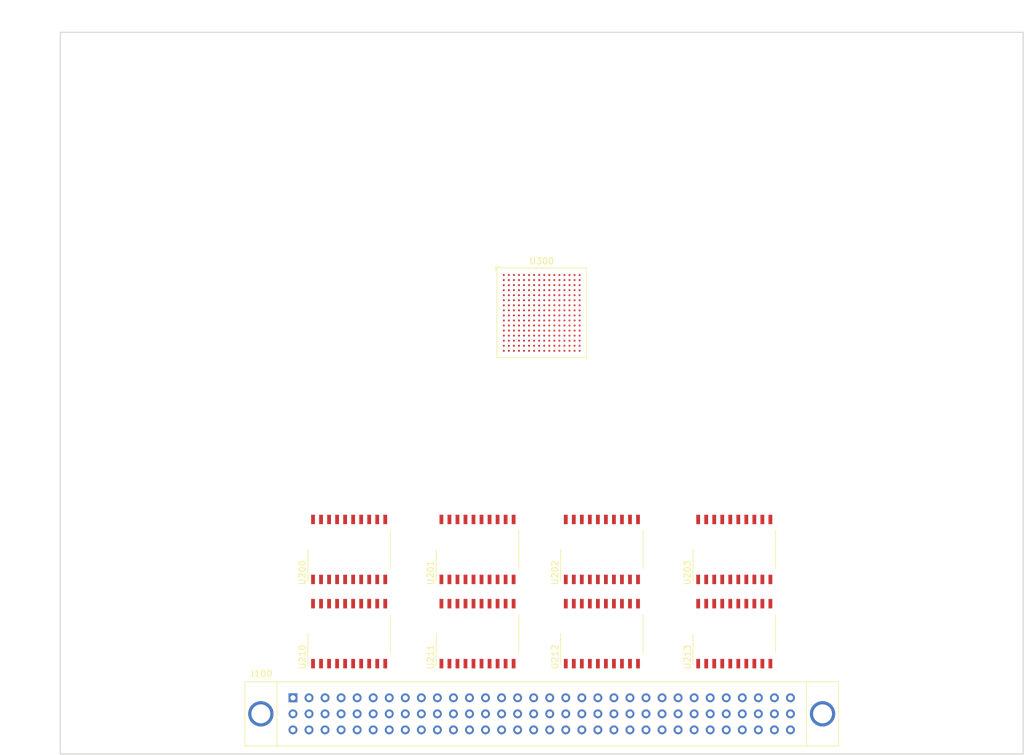
<source format=kicad_pcb>
(kicad_pcb (version 20171130) (host pcbnew 5.0.1)

  (general
    (thickness 1.6)
    (drawings 6)
    (tracks 0)
    (zones 0)
    (modules 10)
    (nets 379)
  )

  (page A4)
  (layers
    (0 F.Cu signal)
    (1 In1.Cu power)
    (2 In2.Cu power)
    (31 B.Cu signal)
    (32 B.Adhes user)
    (33 F.Adhes user)
    (34 B.Paste user)
    (35 F.Paste user)
    (36 B.SilkS user)
    (37 F.SilkS user)
    (38 B.Mask user)
    (39 F.Mask user)
    (40 Dwgs.User user)
    (41 Cmts.User user)
    (42 Eco1.User user)
    (43 Eco2.User user)
    (44 Edge.Cuts user)
    (45 Margin user)
    (46 B.CrtYd user)
    (47 F.CrtYd user)
    (48 B.Fab user)
    (49 F.Fab user)
  )

  (setup
    (last_trace_width 0.15)
    (trace_clearance 0.15)
    (zone_clearance 0.508)
    (zone_45_only no)
    (trace_min 0.1)
    (segment_width 0.2)
    (edge_width 0.15)
    (via_size 0.6)
    (via_drill 0.3)
    (via_min_size 0.4)
    (via_min_drill 0.3)
    (uvia_size 0.3)
    (uvia_drill 0.1)
    (uvias_allowed no)
    (uvia_min_size 0.2)
    (uvia_min_drill 0.1)
    (pcb_text_width 0.3)
    (pcb_text_size 1.5 1.5)
    (mod_edge_width 0.15)
    (mod_text_size 1 1)
    (mod_text_width 0.15)
    (pad_size 1.524 1.524)
    (pad_drill 0.762)
    (pad_to_mask_clearance 0.051)
    (solder_mask_min_width 0.25)
    (aux_axis_origin 0 0)
    (visible_elements FFFFFF7F)
    (pcbplotparams
      (layerselection 0x010fc_ffffffff)
      (usegerberextensions false)
      (usegerberattributes false)
      (usegerberadvancedattributes false)
      (creategerberjobfile false)
      (excludeedgelayer true)
      (linewidth 0.100000)
      (plotframeref false)
      (viasonmask false)
      (mode 1)
      (useauxorigin false)
      (hpglpennumber 1)
      (hpglpenspeed 20)
      (hpglpendiameter 15.000000)
      (psnegative false)
      (psa4output false)
      (plotreference true)
      (plotvalue true)
      (plotinvisibletext false)
      (padsonsilk false)
      (subtractmaskfromsilk false)
      (outputformat 1)
      (mirror false)
      (drillshape 1)
      (scaleselection 1)
      (outputdirectory ""))
  )

  (net 0 "")
  (net 1 A3)
  (net 2 A2)
  (net 3 A1)
  (net 4 A0)
  (net 5 A6)
  (net 6 A7)
  (net 7 A8)
  (net 8 A9)
  (net 9 A10)
  (net 10 A11)
  (net 11 A12)
  (net 12 A13)
  (net 13 A14)
  (net 14 A15)
  (net 15 A16)
  (net 16 A17)
  (net 17 A18)
  (net 18 A19)
  (net 19 A20)
  (net 20 A21)
  (net 21 A22)
  (net 22 A23)
  (net 23 A24)
  (net 24 A25)
  (net 25 A26)
  (net 26 A27)
  (net 27 A28)
  (net 28 A29)
  (net 29 A30)
  (net 30 A31)
  (net 31 A4)
  (net 32 A5)
  (net 33 GND)
  (net 34 DSACK0)
  (net 35 RESET)
  (net 36 RW)
  (net 37 +5V)
  (net 38 "Net-(J100-PadB7)")
  (net 39 "Net-(J100-PadB8)")
  (net 40 "Net-(J100-PadB10)")
  (net 41 "Net-(J100-PadB11)")
  (net 42 "Net-(J100-PadB13)")
  (net 43 "Net-(J100-PadB14)")
  (net 44 "Net-(J100-PadB16)")
  (net 45 "Net-(J100-PadB17)")
  (net 46 FC0)
  (net 47 FC1)
  (net 48 AS)
  (net 49 DS)
  (net 50 "Net-(J100-PadB25)")
  (net 51 DSACK1)
  (net 52 SIZ0)
  (net 53 SIZ1)
  (net 54 MIRQ)
  (net 55 D0)
  (net 56 D1)
  (net 57 D2)
  (net 58 D3)
  (net 59 D4)
  (net 60 D5)
  (net 61 D6)
  (net 62 D7)
  (net 63 D8)
  (net 64 D9)
  (net 65 D10)
  (net 66 D11)
  (net 67 D12)
  (net 68 D13)
  (net 69 D14)
  (net 70 D15)
  (net 71 D16)
  (net 72 D17)
  (net 73 D18)
  (net 74 D19)
  (net 75 D20)
  (net 76 D21)
  (net 77 D22)
  (net 78 D23)
  (net 79 D26)
  (net 80 D25)
  (net 81 D24)
  (net 82 D27)
  (net 83 D28)
  (net 84 D29)
  (net 85 D30)
  (net 86 D31)
  (net 87 "Net-(U200-Pad1)")
  (net 88 "Net-(U200-Pad11)")
  (net 89 "Net-(U200-Pad12)")
  (net 90 "Net-(U200-Pad13)")
  (net 91 "Net-(U200-Pad14)")
  (net 92 "Net-(U200-Pad15)")
  (net 93 "Net-(U200-Pad16)")
  (net 94 "Net-(U200-Pad17)")
  (net 95 "Net-(U200-Pad18)")
  (net 96 "Net-(U200-Pad19)")
  (net 97 VCC)
  (net 98 "Net-(U201-Pad19)")
  (net 99 "Net-(U201-Pad18)")
  (net 100 "Net-(U201-Pad17)")
  (net 101 "Net-(U201-Pad16)")
  (net 102 "Net-(U201-Pad15)")
  (net 103 "Net-(U201-Pad14)")
  (net 104 "Net-(U201-Pad13)")
  (net 105 "Net-(U201-Pad12)")
  (net 106 "Net-(U201-Pad11)")
  (net 107 "Net-(U201-Pad1)")
  (net 108 "Net-(U202-Pad1)")
  (net 109 "Net-(U202-Pad11)")
  (net 110 "Net-(U202-Pad12)")
  (net 111 "Net-(U202-Pad13)")
  (net 112 "Net-(U202-Pad14)")
  (net 113 "Net-(U202-Pad15)")
  (net 114 "Net-(U202-Pad16)")
  (net 115 "Net-(U202-Pad17)")
  (net 116 "Net-(U202-Pad18)")
  (net 117 "Net-(U202-Pad19)")
  (net 118 "Net-(U203-Pad19)")
  (net 119 "Net-(U203-Pad18)")
  (net 120 "Net-(U203-Pad17)")
  (net 121 "Net-(U203-Pad16)")
  (net 122 "Net-(U203-Pad15)")
  (net 123 "Net-(U203-Pad14)")
  (net 124 "Net-(U203-Pad13)")
  (net 125 "Net-(U203-Pad12)")
  (net 126 "Net-(U203-Pad11)")
  (net 127 "Net-(U203-Pad1)")
  (net 128 "Net-(U210-Pad1)")
  (net 129 "Net-(U210-Pad11)")
  (net 130 "Net-(U210-Pad12)")
  (net 131 "Net-(U210-Pad13)")
  (net 132 "Net-(U210-Pad14)")
  (net 133 "Net-(U210-Pad15)")
  (net 134 "Net-(U210-Pad16)")
  (net 135 "Net-(U210-Pad17)")
  (net 136 "Net-(U210-Pad18)")
  (net 137 "Net-(U210-Pad19)")
  (net 138 "Net-(U211-Pad19)")
  (net 139 "Net-(U211-Pad18)")
  (net 140 "Net-(U211-Pad17)")
  (net 141 "Net-(U211-Pad16)")
  (net 142 "Net-(U211-Pad15)")
  (net 143 "Net-(U211-Pad14)")
  (net 144 "Net-(U211-Pad13)")
  (net 145 "Net-(U211-Pad12)")
  (net 146 "Net-(U211-Pad11)")
  (net 147 "Net-(U211-Pad1)")
  (net 148 "Net-(U212-Pad1)")
  (net 149 "Net-(U212-Pad11)")
  (net 150 "Net-(U212-Pad12)")
  (net 151 "Net-(U212-Pad13)")
  (net 152 "Net-(U212-Pad14)")
  (net 153 "Net-(U212-Pad15)")
  (net 154 "Net-(U212-Pad16)")
  (net 155 "Net-(U212-Pad17)")
  (net 156 "Net-(U212-Pad18)")
  (net 157 "Net-(U212-Pad19)")
  (net 158 "Net-(U213-Pad19)")
  (net 159 "Net-(U213-Pad18)")
  (net 160 "Net-(U213-Pad17)")
  (net 161 "Net-(U213-Pad16)")
  (net 162 "Net-(U213-Pad15)")
  (net 163 "Net-(U213-Pad14)")
  (net 164 "Net-(U213-Pad13)")
  (net 165 "Net-(U213-Pad12)")
  (net 166 "Net-(U213-Pad11)")
  (net 167 "Net-(U213-Pad1)")
  (net 168 "Net-(U300-PadB1)")
  (net 169 "Net-(U300-PadC1)")
  (net 170 "Net-(U300-PadD1)")
  (net 171 "Net-(U300-PadE1)")
  (net 172 "Net-(U300-PadF1)")
  (net 173 "Net-(U300-PadG1)")
  (net 174 "Net-(U300-PadJ1)")
  (net 175 "Net-(U300-PadK1)")
  (net 176 "Net-(U300-PadL1)")
  (net 177 "Net-(U300-PadM1)")
  (net 178 "Net-(U300-PadN1)")
  (net 179 "Net-(U300-PadP1)")
  (net 180 "Net-(U300-PadR1)")
  (net 181 "Net-(U300-PadA2)")
  (net 182 "Net-(U300-PadB2)")
  (net 183 "Net-(U300-PadC2)")
  (net 184 "Net-(U300-PadE2)")
  (net 185 "Net-(U300-PadF2)")
  (net 186 "Net-(U300-PadG2)")
  (net 187 "Net-(U300-PadH2)")
  (net 188 "Net-(U300-PadJ2)")
  (net 189 "Net-(U300-PadK2)")
  (net 190 "Net-(U300-PadL2)")
  (net 191 "Net-(U300-PadM2)")
  (net 192 "Net-(U300-PadP2)")
  (net 193 "Net-(U300-PadR2)")
  (net 194 "Net-(U300-PadT2)")
  (net 195 "Net-(U300-PadA3)")
  (net 196 "Net-(U300-PadB3)")
  (net 197 "Net-(U300-PadC3)")
  (net 198 "Net-(U300-PadD3)")
  (net 199 "Net-(U300-PadE3)")
  (net 200 "Net-(U300-PadF3)")
  (net 201 "Net-(U300-PadG3)")
  (net 202 "Net-(U300-PadH3)")
  (net 203 "Net-(U300-PadJ3)")
  (net 204 "Net-(U300-PadK3)")
  (net 205 "Net-(U300-PadL3)")
  (net 206 "Net-(U300-PadM3)")
  (net 207 "Net-(U300-PadN3)")
  (net 208 "Net-(U300-PadP3)")
  (net 209 "Net-(U300-PadR3)")
  (net 210 "Net-(U300-PadT3)")
  (net 211 "Net-(U300-PadA4)")
  (net 212 "Net-(U300-PadB4)")
  (net 213 "Net-(U300-PadC4)")
  (net 214 "Net-(U300-PadD4)")
  (net 215 "Net-(U300-PadE4)")
  (net 216 "Net-(U300-PadF4)")
  (net 217 "Net-(U300-PadG4)")
  (net 218 "Net-(U300-PadH4)")
  (net 219 "Net-(U300-PadJ4)")
  (net 220 "Net-(U300-PadK4)")
  (net 221 "Net-(U300-PadL4)")
  (net 222 "Net-(U300-PadM4)")
  (net 223 "Net-(U300-PadN4)")
  (net 224 "Net-(U300-PadP4)")
  (net 225 "Net-(U300-PadR4)")
  (net 226 "Net-(U300-PadT4)")
  (net 227 "Net-(U300-PadA5)")
  (net 228 "Net-(U300-PadB5)")
  (net 229 "Net-(U300-PadC5)")
  (net 230 "Net-(U300-PadD5)")
  (net 231 "Net-(U300-PadE5)")
  (net 232 "Net-(U300-PadF5)")
  (net 233 "Net-(U300-PadG5)")
  (net 234 "Net-(U300-PadH5)")
  (net 235 "Net-(U300-PadJ5)")
  (net 236 "Net-(U300-PadK5)")
  (net 237 "Net-(U300-PadL5)")
  (net 238 "Net-(U300-PadM5)")
  (net 239 "Net-(U300-PadN5)")
  (net 240 "Net-(U300-PadP5)")
  (net 241 "Net-(U300-PadR5)")
  (net 242 "Net-(U300-PadA6)")
  (net 243 "Net-(U300-PadB6)")
  (net 244 "Net-(U300-PadC6)")
  (net 245 "Net-(U300-PadD6)")
  (net 246 "Net-(U300-PadE6)")
  (net 247 "Net-(U300-PadM6)")
  (net 248 "Net-(U300-PadN6)")
  (net 249 "Net-(U300-PadP6)")
  (net 250 "Net-(U300-PadR6)")
  (net 251 "Net-(U300-PadT6)")
  (net 252 "Net-(U300-PadA7)")
  (net 253 "Net-(U300-PadB7)")
  (net 254 "Net-(U300-PadC7)")
  (net 255 "Net-(U300-PadD7)")
  (net 256 "Net-(U300-PadE7)")
  (net 257 "Net-(U300-PadM7)")
  (net 258 "Net-(U300-PadN7)")
  (net 259 "Net-(U300-PadP7)")
  (net 260 "Net-(U300-PadR7)")
  (net 261 "Net-(U300-PadT7)")
  (net 262 "Net-(U300-PadA8)")
  (net 263 "Net-(U300-PadB8)")
  (net 264 "Net-(U300-PadC8)")
  (net 265 "Net-(U300-PadD8)")
  (net 266 "Net-(U300-PadE8)")
  (net 267 "Net-(U300-PadM8)")
  (net 268 "Net-(U300-PadN8)")
  (net 269 "Net-(U300-PadP8)")
  (net 270 "Net-(U300-PadR8)")
  (net 271 "Net-(U300-PadT8)")
  (net 272 "Net-(U300-PadA9)")
  (net 273 "Net-(U300-PadB9)")
  (net 274 "Net-(U300-PadC9)")
  (net 275 "Net-(U300-PadD9)")
  (net 276 "Net-(U300-PadE9)")
  (net 277 "Net-(U300-PadM9)")
  (net 278 "Net-(U300-PadN9)")
  (net 279 "Net-(U300-PadP9)")
  (net 280 "Net-(U300-PadR9)")
  (net 281 "Net-(U300-PadT9)")
  (net 282 "Net-(U300-PadA10)")
  (net 283 "Net-(U300-PadB10)")
  (net 284 "Net-(U300-PadC10)")
  (net 285 "Net-(U300-PadD10)")
  (net 286 "Net-(U300-PadE10)")
  (net 287 "Net-(U300-PadM10)")
  (net 288 "Net-(U300-PadN10)")
  (net 289 "Net-(U300-PadP10)")
  (net 290 "Net-(U300-PadR10)")
  (net 291 "Net-(U300-PadT10)")
  (net 292 "Net-(U300-PadA11)")
  (net 293 "Net-(U300-PadB11)")
  (net 294 "Net-(U300-PadC11)")
  (net 295 "Net-(U300-PadD11)")
  (net 296 "Net-(U300-PadE11)")
  (net 297 "Net-(U300-PadM11)")
  (net 298 "Net-(U300-PadN11)")
  (net 299 "Net-(U300-PadP11)")
  (net 300 "Net-(U300-PadR11)")
  (net 301 "Net-(U300-PadT11)")
  (net 302 "Net-(U300-PadA12)")
  (net 303 "Net-(U300-PadB12)")
  (net 304 "Net-(U300-PadC12)")
  (net 305 "Net-(U300-PadD12)")
  (net 306 "Net-(U300-PadE12)")
  (net 307 "Net-(U300-PadF12)")
  (net 308 "Net-(U300-PadG12)")
  (net 309 "Net-(U300-PadH12)")
  (net 310 "Net-(U300-PadJ12)")
  (net 311 "Net-(U300-PadK12)")
  (net 312 "Net-(U300-PadL12)")
  (net 313 "Net-(U300-PadM12)")
  (net 314 "Net-(U300-PadN12)")
  (net 315 "Net-(U300-PadP12)")
  (net 316 "Net-(U300-PadR12)")
  (net 317 "Net-(U300-PadA13)")
  (net 318 "Net-(U300-PadB13)")
  (net 319 "Net-(U300-PadC13)")
  (net 320 "Net-(U300-PadD13)")
  (net 321 "Net-(U300-PadE13)")
  (net 322 "Net-(U300-PadF13)")
  (net 323 "Net-(U300-PadG13)")
  (net 324 "Net-(U300-PadH13)")
  (net 325 "Net-(U300-PadJ13)")
  (net 326 "Net-(U300-PadK13)")
  (net 327 "Net-(U300-PadL13)")
  (net 328 "Net-(U300-PadM13)")
  (net 329 "Net-(U300-PadN13)")
  (net 330 "Net-(U300-PadP13)")
  (net 331 "Net-(U300-PadR13)")
  (net 332 "Net-(U300-PadT13)")
  (net 333 "Net-(U300-PadA14)")
  (net 334 "Net-(U300-PadB14)")
  (net 335 "Net-(U300-PadC14)")
  (net 336 "Net-(U300-PadD14)")
  (net 337 "Net-(U300-PadE14)")
  (net 338 "Net-(U300-PadF14)")
  (net 339 "Net-(U300-PadG14)")
  (net 340 "Net-(U300-PadH14)")
  (net 341 "Net-(U300-PadJ14)")
  (net 342 "Net-(U300-PadK14)")
  (net 343 "Net-(U300-PadL14)")
  (net 344 "Net-(U300-PadM14)")
  (net 345 "Net-(U300-PadN14)")
  (net 346 "Net-(U300-PadP14)")
  (net 347 "Net-(U300-PadR14)")
  (net 348 "Net-(U300-PadT14)")
  (net 349 "Net-(U300-PadA15)")
  (net 350 "Net-(U300-PadB15)")
  (net 351 "Net-(U300-PadC15)")
  (net 352 "Net-(U300-PadE15)")
  (net 353 "Net-(U300-PadF15)")
  (net 354 "Net-(U300-PadG15)")
  (net 355 "Net-(U300-PadH15)")
  (net 356 "Net-(U300-PadJ15)")
  (net 357 "Net-(U300-PadK15)")
  (net 358 "Net-(U300-PadL15)")
  (net 359 "Net-(U300-PadM15)")
  (net 360 "Net-(U300-PadP15)")
  (net 361 "Net-(U300-PadR15)")
  (net 362 "Net-(U300-PadT15)")
  (net 363 "Net-(U300-PadB16)")
  (net 364 "Net-(U300-PadC16)")
  (net 365 "Net-(U300-PadD16)")
  (net 366 "Net-(U300-PadE16)")
  (net 367 "Net-(U300-PadF16)")
  (net 368 "Net-(U300-PadG16)")
  (net 369 "Net-(U300-PadJ16)")
  (net 370 "Net-(U300-PadK16)")
  (net 371 "Net-(U300-PadL16)")
  (net 372 "Net-(U300-PadM16)")
  (net 373 "Net-(U300-PadN16)")
  (net 374 "Net-(U300-PadP16)")
  (net 375 "Net-(U300-PadR16)")
  (net 376 +3V3)
  (net 377 +1V1)
  (net 378 +2V5)

  (net_class Default "This is the default net class."
    (clearance 0.15)
    (trace_width 0.15)
    (via_dia 0.6)
    (via_drill 0.3)
    (uvia_dia 0.3)
    (uvia_drill 0.1)
    (add_net +1V1)
    (add_net +2V5)
    (add_net +3V3)
    (add_net +5V)
    (add_net A0)
    (add_net A1)
    (add_net A10)
    (add_net A11)
    (add_net A12)
    (add_net A13)
    (add_net A14)
    (add_net A15)
    (add_net A16)
    (add_net A17)
    (add_net A18)
    (add_net A19)
    (add_net A2)
    (add_net A20)
    (add_net A21)
    (add_net A22)
    (add_net A23)
    (add_net A24)
    (add_net A25)
    (add_net A26)
    (add_net A27)
    (add_net A28)
    (add_net A29)
    (add_net A3)
    (add_net A30)
    (add_net A31)
    (add_net A4)
    (add_net A5)
    (add_net A6)
    (add_net A7)
    (add_net A8)
    (add_net A9)
    (add_net AS)
    (add_net D0)
    (add_net D1)
    (add_net D10)
    (add_net D11)
    (add_net D12)
    (add_net D13)
    (add_net D14)
    (add_net D15)
    (add_net D16)
    (add_net D17)
    (add_net D18)
    (add_net D19)
    (add_net D2)
    (add_net D20)
    (add_net D21)
    (add_net D22)
    (add_net D23)
    (add_net D24)
    (add_net D25)
    (add_net D26)
    (add_net D27)
    (add_net D28)
    (add_net D29)
    (add_net D3)
    (add_net D30)
    (add_net D31)
    (add_net D4)
    (add_net D5)
    (add_net D6)
    (add_net D7)
    (add_net D8)
    (add_net D9)
    (add_net DS)
    (add_net DSACK0)
    (add_net DSACK1)
    (add_net FC0)
    (add_net FC1)
    (add_net GND)
    (add_net MIRQ)
    (add_net "Net-(J100-PadB10)")
    (add_net "Net-(J100-PadB11)")
    (add_net "Net-(J100-PadB13)")
    (add_net "Net-(J100-PadB14)")
    (add_net "Net-(J100-PadB16)")
    (add_net "Net-(J100-PadB17)")
    (add_net "Net-(J100-PadB25)")
    (add_net "Net-(J100-PadB7)")
    (add_net "Net-(J100-PadB8)")
    (add_net "Net-(U200-Pad1)")
    (add_net "Net-(U200-Pad11)")
    (add_net "Net-(U200-Pad12)")
    (add_net "Net-(U200-Pad13)")
    (add_net "Net-(U200-Pad14)")
    (add_net "Net-(U200-Pad15)")
    (add_net "Net-(U200-Pad16)")
    (add_net "Net-(U200-Pad17)")
    (add_net "Net-(U200-Pad18)")
    (add_net "Net-(U200-Pad19)")
    (add_net "Net-(U201-Pad1)")
    (add_net "Net-(U201-Pad11)")
    (add_net "Net-(U201-Pad12)")
    (add_net "Net-(U201-Pad13)")
    (add_net "Net-(U201-Pad14)")
    (add_net "Net-(U201-Pad15)")
    (add_net "Net-(U201-Pad16)")
    (add_net "Net-(U201-Pad17)")
    (add_net "Net-(U201-Pad18)")
    (add_net "Net-(U201-Pad19)")
    (add_net "Net-(U202-Pad1)")
    (add_net "Net-(U202-Pad11)")
    (add_net "Net-(U202-Pad12)")
    (add_net "Net-(U202-Pad13)")
    (add_net "Net-(U202-Pad14)")
    (add_net "Net-(U202-Pad15)")
    (add_net "Net-(U202-Pad16)")
    (add_net "Net-(U202-Pad17)")
    (add_net "Net-(U202-Pad18)")
    (add_net "Net-(U202-Pad19)")
    (add_net "Net-(U203-Pad1)")
    (add_net "Net-(U203-Pad11)")
    (add_net "Net-(U203-Pad12)")
    (add_net "Net-(U203-Pad13)")
    (add_net "Net-(U203-Pad14)")
    (add_net "Net-(U203-Pad15)")
    (add_net "Net-(U203-Pad16)")
    (add_net "Net-(U203-Pad17)")
    (add_net "Net-(U203-Pad18)")
    (add_net "Net-(U203-Pad19)")
    (add_net "Net-(U210-Pad1)")
    (add_net "Net-(U210-Pad11)")
    (add_net "Net-(U210-Pad12)")
    (add_net "Net-(U210-Pad13)")
    (add_net "Net-(U210-Pad14)")
    (add_net "Net-(U210-Pad15)")
    (add_net "Net-(U210-Pad16)")
    (add_net "Net-(U210-Pad17)")
    (add_net "Net-(U210-Pad18)")
    (add_net "Net-(U210-Pad19)")
    (add_net "Net-(U211-Pad1)")
    (add_net "Net-(U211-Pad11)")
    (add_net "Net-(U211-Pad12)")
    (add_net "Net-(U211-Pad13)")
    (add_net "Net-(U211-Pad14)")
    (add_net "Net-(U211-Pad15)")
    (add_net "Net-(U211-Pad16)")
    (add_net "Net-(U211-Pad17)")
    (add_net "Net-(U211-Pad18)")
    (add_net "Net-(U211-Pad19)")
    (add_net "Net-(U212-Pad1)")
    (add_net "Net-(U212-Pad11)")
    (add_net "Net-(U212-Pad12)")
    (add_net "Net-(U212-Pad13)")
    (add_net "Net-(U212-Pad14)")
    (add_net "Net-(U212-Pad15)")
    (add_net "Net-(U212-Pad16)")
    (add_net "Net-(U212-Pad17)")
    (add_net "Net-(U212-Pad18)")
    (add_net "Net-(U212-Pad19)")
    (add_net "Net-(U213-Pad1)")
    (add_net "Net-(U213-Pad11)")
    (add_net "Net-(U213-Pad12)")
    (add_net "Net-(U213-Pad13)")
    (add_net "Net-(U213-Pad14)")
    (add_net "Net-(U213-Pad15)")
    (add_net "Net-(U213-Pad16)")
    (add_net "Net-(U213-Pad17)")
    (add_net "Net-(U213-Pad18)")
    (add_net "Net-(U213-Pad19)")
    (add_net "Net-(U300-PadA10)")
    (add_net "Net-(U300-PadA11)")
    (add_net "Net-(U300-PadA12)")
    (add_net "Net-(U300-PadA13)")
    (add_net "Net-(U300-PadA14)")
    (add_net "Net-(U300-PadA15)")
    (add_net "Net-(U300-PadA2)")
    (add_net "Net-(U300-PadA3)")
    (add_net "Net-(U300-PadA4)")
    (add_net "Net-(U300-PadA5)")
    (add_net "Net-(U300-PadA6)")
    (add_net "Net-(U300-PadA7)")
    (add_net "Net-(U300-PadA8)")
    (add_net "Net-(U300-PadA9)")
    (add_net "Net-(U300-PadB1)")
    (add_net "Net-(U300-PadB10)")
    (add_net "Net-(U300-PadB11)")
    (add_net "Net-(U300-PadB12)")
    (add_net "Net-(U300-PadB13)")
    (add_net "Net-(U300-PadB14)")
    (add_net "Net-(U300-PadB15)")
    (add_net "Net-(U300-PadB16)")
    (add_net "Net-(U300-PadB2)")
    (add_net "Net-(U300-PadB3)")
    (add_net "Net-(U300-PadB4)")
    (add_net "Net-(U300-PadB5)")
    (add_net "Net-(U300-PadB6)")
    (add_net "Net-(U300-PadB7)")
    (add_net "Net-(U300-PadB8)")
    (add_net "Net-(U300-PadB9)")
    (add_net "Net-(U300-PadC1)")
    (add_net "Net-(U300-PadC10)")
    (add_net "Net-(U300-PadC11)")
    (add_net "Net-(U300-PadC12)")
    (add_net "Net-(U300-PadC13)")
    (add_net "Net-(U300-PadC14)")
    (add_net "Net-(U300-PadC15)")
    (add_net "Net-(U300-PadC16)")
    (add_net "Net-(U300-PadC2)")
    (add_net "Net-(U300-PadC3)")
    (add_net "Net-(U300-PadC4)")
    (add_net "Net-(U300-PadC5)")
    (add_net "Net-(U300-PadC6)")
    (add_net "Net-(U300-PadC7)")
    (add_net "Net-(U300-PadC8)")
    (add_net "Net-(U300-PadC9)")
    (add_net "Net-(U300-PadD1)")
    (add_net "Net-(U300-PadD10)")
    (add_net "Net-(U300-PadD11)")
    (add_net "Net-(U300-PadD12)")
    (add_net "Net-(U300-PadD13)")
    (add_net "Net-(U300-PadD14)")
    (add_net "Net-(U300-PadD16)")
    (add_net "Net-(U300-PadD3)")
    (add_net "Net-(U300-PadD4)")
    (add_net "Net-(U300-PadD5)")
    (add_net "Net-(U300-PadD6)")
    (add_net "Net-(U300-PadD7)")
    (add_net "Net-(U300-PadD8)")
    (add_net "Net-(U300-PadD9)")
    (add_net "Net-(U300-PadE1)")
    (add_net "Net-(U300-PadE10)")
    (add_net "Net-(U300-PadE11)")
    (add_net "Net-(U300-PadE12)")
    (add_net "Net-(U300-PadE13)")
    (add_net "Net-(U300-PadE14)")
    (add_net "Net-(U300-PadE15)")
    (add_net "Net-(U300-PadE16)")
    (add_net "Net-(U300-PadE2)")
    (add_net "Net-(U300-PadE3)")
    (add_net "Net-(U300-PadE4)")
    (add_net "Net-(U300-PadE5)")
    (add_net "Net-(U300-PadE6)")
    (add_net "Net-(U300-PadE7)")
    (add_net "Net-(U300-PadE8)")
    (add_net "Net-(U300-PadE9)")
    (add_net "Net-(U300-PadF1)")
    (add_net "Net-(U300-PadF12)")
    (add_net "Net-(U300-PadF13)")
    (add_net "Net-(U300-PadF14)")
    (add_net "Net-(U300-PadF15)")
    (add_net "Net-(U300-PadF16)")
    (add_net "Net-(U300-PadF2)")
    (add_net "Net-(U300-PadF3)")
    (add_net "Net-(U300-PadF4)")
    (add_net "Net-(U300-PadF5)")
    (add_net "Net-(U300-PadG1)")
    (add_net "Net-(U300-PadG12)")
    (add_net "Net-(U300-PadG13)")
    (add_net "Net-(U300-PadG14)")
    (add_net "Net-(U300-PadG15)")
    (add_net "Net-(U300-PadG16)")
    (add_net "Net-(U300-PadG2)")
    (add_net "Net-(U300-PadG3)")
    (add_net "Net-(U300-PadG4)")
    (add_net "Net-(U300-PadG5)")
    (add_net "Net-(U300-PadH12)")
    (add_net "Net-(U300-PadH13)")
    (add_net "Net-(U300-PadH14)")
    (add_net "Net-(U300-PadH15)")
    (add_net "Net-(U300-PadH2)")
    (add_net "Net-(U300-PadH3)")
    (add_net "Net-(U300-PadH4)")
    (add_net "Net-(U300-PadH5)")
    (add_net "Net-(U300-PadJ1)")
    (add_net "Net-(U300-PadJ12)")
    (add_net "Net-(U300-PadJ13)")
    (add_net "Net-(U300-PadJ14)")
    (add_net "Net-(U300-PadJ15)")
    (add_net "Net-(U300-PadJ16)")
    (add_net "Net-(U300-PadJ2)")
    (add_net "Net-(U300-PadJ3)")
    (add_net "Net-(U300-PadJ4)")
    (add_net "Net-(U300-PadJ5)")
    (add_net "Net-(U300-PadK1)")
    (add_net "Net-(U300-PadK12)")
    (add_net "Net-(U300-PadK13)")
    (add_net "Net-(U300-PadK14)")
    (add_net "Net-(U300-PadK15)")
    (add_net "Net-(U300-PadK16)")
    (add_net "Net-(U300-PadK2)")
    (add_net "Net-(U300-PadK3)")
    (add_net "Net-(U300-PadK4)")
    (add_net "Net-(U300-PadK5)")
    (add_net "Net-(U300-PadL1)")
    (add_net "Net-(U300-PadL12)")
    (add_net "Net-(U300-PadL13)")
    (add_net "Net-(U300-PadL14)")
    (add_net "Net-(U300-PadL15)")
    (add_net "Net-(U300-PadL16)")
    (add_net "Net-(U300-PadL2)")
    (add_net "Net-(U300-PadL3)")
    (add_net "Net-(U300-PadL4)")
    (add_net "Net-(U300-PadL5)")
    (add_net "Net-(U300-PadM1)")
    (add_net "Net-(U300-PadM10)")
    (add_net "Net-(U300-PadM11)")
    (add_net "Net-(U300-PadM12)")
    (add_net "Net-(U300-PadM13)")
    (add_net "Net-(U300-PadM14)")
    (add_net "Net-(U300-PadM15)")
    (add_net "Net-(U300-PadM16)")
    (add_net "Net-(U300-PadM2)")
    (add_net "Net-(U300-PadM3)")
    (add_net "Net-(U300-PadM4)")
    (add_net "Net-(U300-PadM5)")
    (add_net "Net-(U300-PadM6)")
    (add_net "Net-(U300-PadM7)")
    (add_net "Net-(U300-PadM8)")
    (add_net "Net-(U300-PadM9)")
    (add_net "Net-(U300-PadN1)")
    (add_net "Net-(U300-PadN10)")
    (add_net "Net-(U300-PadN11)")
    (add_net "Net-(U300-PadN12)")
    (add_net "Net-(U300-PadN13)")
    (add_net "Net-(U300-PadN14)")
    (add_net "Net-(U300-PadN16)")
    (add_net "Net-(U300-PadN3)")
    (add_net "Net-(U300-PadN4)")
    (add_net "Net-(U300-PadN5)")
    (add_net "Net-(U300-PadN6)")
    (add_net "Net-(U300-PadN7)")
    (add_net "Net-(U300-PadN8)")
    (add_net "Net-(U300-PadN9)")
    (add_net "Net-(U300-PadP1)")
    (add_net "Net-(U300-PadP10)")
    (add_net "Net-(U300-PadP11)")
    (add_net "Net-(U300-PadP12)")
    (add_net "Net-(U300-PadP13)")
    (add_net "Net-(U300-PadP14)")
    (add_net "Net-(U300-PadP15)")
    (add_net "Net-(U300-PadP16)")
    (add_net "Net-(U300-PadP2)")
    (add_net "Net-(U300-PadP3)")
    (add_net "Net-(U300-PadP4)")
    (add_net "Net-(U300-PadP5)")
    (add_net "Net-(U300-PadP6)")
    (add_net "Net-(U300-PadP7)")
    (add_net "Net-(U300-PadP8)")
    (add_net "Net-(U300-PadP9)")
    (add_net "Net-(U300-PadR1)")
    (add_net "Net-(U300-PadR10)")
    (add_net "Net-(U300-PadR11)")
    (add_net "Net-(U300-PadR12)")
    (add_net "Net-(U300-PadR13)")
    (add_net "Net-(U300-PadR14)")
    (add_net "Net-(U300-PadR15)")
    (add_net "Net-(U300-PadR16)")
    (add_net "Net-(U300-PadR2)")
    (add_net "Net-(U300-PadR3)")
    (add_net "Net-(U300-PadR4)")
    (add_net "Net-(U300-PadR5)")
    (add_net "Net-(U300-PadR6)")
    (add_net "Net-(U300-PadR7)")
    (add_net "Net-(U300-PadR8)")
    (add_net "Net-(U300-PadR9)")
    (add_net "Net-(U300-PadT10)")
    (add_net "Net-(U300-PadT11)")
    (add_net "Net-(U300-PadT13)")
    (add_net "Net-(U300-PadT14)")
    (add_net "Net-(U300-PadT15)")
    (add_net "Net-(U300-PadT2)")
    (add_net "Net-(U300-PadT3)")
    (add_net "Net-(U300-PadT4)")
    (add_net "Net-(U300-PadT6)")
    (add_net "Net-(U300-PadT7)")
    (add_net "Net-(U300-PadT8)")
    (add_net "Net-(U300-PadT9)")
    (add_net RESET)
    (add_net RW)
    (add_net SIZ0)
    (add_net SIZ1)
    (add_net VCC)
  )

  (module parts:C96ABCM (layer F.Cu) (tedit 5BDBF68D) (tstamp 5C341D0F)
    (at 106.68 137.16)
    (descr "Connecteur DIN Europe 96 contacts ABC male droit")
    (tags "CONN DIN")
    (path /5C254B3E/5BE0A47E)
    (fp_text reference J100 (at -5.08 -3.81) (layer F.SilkS)
      (effects (font (size 1 1) (thickness 0.15)))
    )
    (fp_text value C96 (at 60.32 -5.08) (layer F.Fab)
      (effects (font (size 1 1) (thickness 0.15)))
    )
    (fp_line (start -7.62 -2.54) (end 86.36 -2.54) (layer F.SilkS) (width 0.12))
    (fp_line (start 86.36 -2.54) (end 86.36 5.08) (layer F.SilkS) (width 0.12))
    (fp_line (start -7.62 5.08) (end -7.62 -2.54) (layer F.SilkS) (width 0.12))
    (fp_line (start -2.54 5.08) (end -2.54 -2.54) (layer F.SilkS) (width 0.12))
    (fp_line (start 81.28 5.08) (end 81.28 -2.54) (layer F.SilkS) (width 0.12))
    (fp_line (start -7.62 5.08) (end -7.62 7.62) (layer F.SilkS) (width 0.12))
    (fp_line (start -7.62 7.62) (end 86.36 7.62) (layer F.SilkS) (width 0.12))
    (fp_line (start 86.36 7.62) (end 86.36 5.08) (layer F.SilkS) (width 0.12))
    (fp_line (start 81.28 7.62) (end 81.28 5.08) (layer F.SilkS) (width 0.12))
    (fp_line (start -2.54 5.08) (end -2.54 7.62) (layer F.SilkS) (width 0.12))
    (fp_line (start -7.87 -2.79) (end 86.61 -2.79) (layer F.CrtYd) (width 0.05))
    (fp_line (start -7.87 -2.79) (end -7.87 7.87) (layer F.CrtYd) (width 0.05))
    (fp_line (start 86.61 7.87) (end 86.61 -2.79) (layer F.CrtYd) (width 0.05))
    (fp_line (start 86.61 7.87) (end -7.87 7.87) (layer F.CrtYd) (width 0.05))
    (pad 65 thru_hole circle (at -5.08 2.54) (size 4 4) (drill 3) (layers *.Cu *.Mask))
    (pad 66 thru_hole circle (at 83.82 2.54) (size 4 4) (drill 3) (layers *.Cu *.Mask))
    (pad A3 thru_hole circle (at 5.08 0) (size 1.4 1.4) (drill 0.8) (layers *.Cu *.Mask)
      (net 1 A3))
    (pad A4 thru_hole circle (at 7.62 0) (size 1.4 1.4) (drill 0.8) (layers *.Cu *.Mask)
      (net 2 A2))
    (pad A5 thru_hole circle (at 10.16 0) (size 1.4 1.4) (drill 0.8) (layers *.Cu *.Mask)
      (net 3 A1))
    (pad A6 thru_hole circle (at 12.7 0) (size 1.4 1.4) (drill 0.8) (layers *.Cu *.Mask)
      (net 4 A0))
    (pad A7 thru_hole circle (at 15.24 0) (size 1.4 1.4) (drill 0.8) (layers *.Cu *.Mask)
      (net 5 A6))
    (pad A8 thru_hole circle (at 17.78 0) (size 1.4 1.4) (drill 0.8) (layers *.Cu *.Mask)
      (net 6 A7))
    (pad A9 thru_hole circle (at 20.32 0) (size 1.4 1.4) (drill 0.8) (layers *.Cu *.Mask)
      (net 7 A8))
    (pad A10 thru_hole circle (at 22.86 0) (size 1.4 1.4) (drill 0.8) (layers *.Cu *.Mask)
      (net 8 A9))
    (pad A11 thru_hole circle (at 25.4 0) (size 1.4 1.4) (drill 0.8) (layers *.Cu *.Mask)
      (net 9 A10))
    (pad A12 thru_hole circle (at 27.94 0) (size 1.4 1.4) (drill 0.8) (layers *.Cu *.Mask)
      (net 10 A11))
    (pad A13 thru_hole circle (at 30.48 0) (size 1.4 1.4) (drill 0.8) (layers *.Cu *.Mask)
      (net 11 A12))
    (pad A14 thru_hole circle (at 33.02 0) (size 1.4 1.4) (drill 0.8) (layers *.Cu *.Mask)
      (net 12 A13))
    (pad A15 thru_hole circle (at 35.56 0) (size 1.4 1.4) (drill 0.8) (layers *.Cu *.Mask)
      (net 13 A14))
    (pad A16 thru_hole circle (at 38.1 0) (size 1.4 1.4) (drill 0.8) (layers *.Cu *.Mask)
      (net 14 A15))
    (pad A17 thru_hole circle (at 40.64 0) (size 1.4 1.4) (drill 0.8) (layers *.Cu *.Mask)
      (net 15 A16))
    (pad A18 thru_hole circle (at 43.18 0) (size 1.4 1.4) (drill 0.8) (layers *.Cu *.Mask)
      (net 16 A17))
    (pad A19 thru_hole circle (at 45.72 0) (size 1.4 1.4) (drill 0.8) (layers *.Cu *.Mask)
      (net 17 A18))
    (pad A20 thru_hole circle (at 48.26 0) (size 1.4 1.4) (drill 0.8) (layers *.Cu *.Mask)
      (net 18 A19))
    (pad A21 thru_hole circle (at 50.8 0) (size 1.4 1.4) (drill 0.8) (layers *.Cu *.Mask)
      (net 19 A20))
    (pad A22 thru_hole circle (at 53.34 0) (size 1.4 1.4) (drill 0.8) (layers *.Cu *.Mask)
      (net 20 A21))
    (pad A23 thru_hole circle (at 55.88 0) (size 1.4 1.4) (drill 0.8) (layers *.Cu *.Mask)
      (net 21 A22))
    (pad A24 thru_hole circle (at 58.42 0) (size 1.4 1.4) (drill 0.8) (layers *.Cu *.Mask)
      (net 22 A23))
    (pad A25 thru_hole circle (at 60.96 0) (size 1.4 1.4) (drill 0.8) (layers *.Cu *.Mask)
      (net 23 A24))
    (pad A26 thru_hole circle (at 63.5 0) (size 1.4 1.4) (drill 0.8) (layers *.Cu *.Mask)
      (net 24 A25))
    (pad A27 thru_hole circle (at 66.04 0) (size 1.4 1.4) (drill 0.8) (layers *.Cu *.Mask)
      (net 25 A26))
    (pad A28 thru_hole circle (at 68.58 0) (size 1.4 1.4) (drill 0.8) (layers *.Cu *.Mask)
      (net 26 A27))
    (pad A29 thru_hole circle (at 71.12 0) (size 1.4 1.4) (drill 0.8) (layers *.Cu *.Mask)
      (net 27 A28))
    (pad A30 thru_hole circle (at 73.66 0) (size 1.4 1.4) (drill 0.8) (layers *.Cu *.Mask)
      (net 28 A29))
    (pad A31 thru_hole circle (at 76.2 0) (size 1.4 1.4) (drill 0.8) (layers *.Cu *.Mask)
      (net 29 A30))
    (pad A32 thru_hole circle (at 78.74 0) (size 1.4 1.4) (drill 0.8) (layers *.Cu *.Mask)
      (net 30 A31))
    (pad A2 thru_hole circle (at 2.54 0) (size 1.4 1.4) (drill 0.8) (layers *.Cu *.Mask)
      (net 31 A4))
    (pad A1 thru_hole rect (at 0 0) (size 1.4 1.4) (drill 0.8) (layers *.Cu *.Mask)
      (net 32 A5))
    (pad B1 thru_hole circle (at 0 2.54) (size 1.4 1.4) (drill 0.8) (layers *.Cu *.Mask)
      (net 33 GND))
    (pad B2 thru_hole circle (at 2.54 2.54) (size 1.4 1.4) (drill 0.8) (layers *.Cu *.Mask)
      (net 34 DSACK0))
    (pad B3 thru_hole circle (at 5.08 2.54) (size 1.4 1.4) (drill 0.8) (layers *.Cu *.Mask)
      (net 33 GND))
    (pad B4 thru_hole circle (at 7.62 2.54) (size 1.4 1.4) (drill 0.8) (layers *.Cu *.Mask)
      (net 35 RESET))
    (pad B5 thru_hole circle (at 10.16 2.54) (size 1.4 1.4) (drill 0.8) (layers *.Cu *.Mask)
      (net 36 RW))
    (pad B6 thru_hole circle (at 12.7 2.54) (size 1.4 1.4) (drill 0.8) (layers *.Cu *.Mask)
      (net 37 +5V))
    (pad B7 thru_hole circle (at 15.24 2.54) (size 1.4 1.4) (drill 0.8) (layers *.Cu *.Mask)
      (net 38 "Net-(J100-PadB7)"))
    (pad B8 thru_hole circle (at 17.78 2.54) (size 1.4 1.4) (drill 0.8) (layers *.Cu *.Mask)
      (net 39 "Net-(J100-PadB8)"))
    (pad B9 thru_hole circle (at 20.32 2.54) (size 1.4 1.4) (drill 0.8) (layers *.Cu *.Mask)
      (net 33 GND))
    (pad B10 thru_hole circle (at 22.86 2.54) (size 1.4 1.4) (drill 0.8) (layers *.Cu *.Mask)
      (net 40 "Net-(J100-PadB10)"))
    (pad B11 thru_hole circle (at 25.4 2.54) (size 1.4 1.4) (drill 0.8) (layers *.Cu *.Mask)
      (net 41 "Net-(J100-PadB11)"))
    (pad B12 thru_hole circle (at 27.94 2.54) (size 1.4 1.4) (drill 0.8) (layers *.Cu *.Mask)
      (net 37 +5V))
    (pad B13 thru_hole circle (at 30.48 2.54) (size 1.4 1.4) (drill 0.8) (layers *.Cu *.Mask)
      (net 42 "Net-(J100-PadB13)"))
    (pad B14 thru_hole circle (at 33.02 2.54) (size 1.4 1.4) (drill 0.8) (layers *.Cu *.Mask)
      (net 43 "Net-(J100-PadB14)"))
    (pad B15 thru_hole circle (at 35.56 2.54) (size 1.4 1.4) (drill 0.8) (layers *.Cu *.Mask)
      (net 33 GND))
    (pad B16 thru_hole circle (at 38.1 2.54) (size 1.4 1.4) (drill 0.8) (layers *.Cu *.Mask)
      (net 44 "Net-(J100-PadB16)"))
    (pad B17 thru_hole circle (at 40.64 2.54) (size 1.4 1.4) (drill 0.8) (layers *.Cu *.Mask)
      (net 45 "Net-(J100-PadB17)"))
    (pad B18 thru_hole circle (at 43.18 2.54) (size 1.4 1.4) (drill 0.8) (layers *.Cu *.Mask)
      (net 37 +5V))
    (pad B19 thru_hole circle (at 45.72 2.54) (size 1.4 1.4) (drill 0.8) (layers *.Cu *.Mask)
      (net 46 FC0))
    (pad B20 thru_hole circle (at 48.26 2.54) (size 1.4 1.4) (drill 0.8) (layers *.Cu *.Mask)
      (net 47 FC1))
    (pad B21 thru_hole circle (at 50.8 2.54) (size 1.4 1.4) (drill 0.8) (layers *.Cu *.Mask)
      (net 33 GND))
    (pad B22 thru_hole circle (at 53.34 2.54) (size 1.4 1.4) (drill 0.8) (layers *.Cu *.Mask)
      (net 48 AS))
    (pad B23 thru_hole circle (at 55.88 2.54) (size 1.4 1.4) (drill 0.8) (layers *.Cu *.Mask)
      (net 49 DS))
    (pad B24 thru_hole circle (at 58.42 2.54) (size 1.4 1.4) (drill 0.8) (layers *.Cu *.Mask)
      (net 37 +5V))
    (pad B25 thru_hole circle (at 60.96 2.54) (size 1.4 1.4) (drill 0.8) (layers *.Cu *.Mask)
      (net 50 "Net-(J100-PadB25)"))
    (pad B26 thru_hole circle (at 63.5 2.54) (size 1.4 1.4) (drill 0.8) (layers *.Cu *.Mask)
      (net 51 DSACK1))
    (pad B27 thru_hole circle (at 66.04 2.54) (size 1.4 1.4) (drill 0.8) (layers *.Cu *.Mask)
      (net 33 GND))
    (pad B28 thru_hole circle (at 68.58 2.54) (size 1.4 1.4) (drill 0.8) (layers *.Cu *.Mask)
      (net 52 SIZ0))
    (pad B29 thru_hole circle (at 71.12 2.54) (size 1.4 1.4) (drill 0.8) (layers *.Cu *.Mask)
      (net 53 SIZ1))
    (pad B30 thru_hole circle (at 73.66 2.54) (size 1.4 1.4) (drill 0.8) (layers *.Cu *.Mask)
      (net 37 +5V))
    (pad B31 thru_hole circle (at 76.2 2.54) (size 1.4 1.4) (drill 0.8) (layers *.Cu *.Mask)
      (net 54 MIRQ))
    (pad B32 thru_hole circle (at 78.74 2.54) (size 1.4 1.4) (drill 0.8) (layers *.Cu *.Mask)
      (net 37 +5V))
    (pad C1 thru_hole circle (at 0 5.08) (size 1.4 1.4) (drill 0.8) (layers *.Cu *.Mask)
      (net 55 D0))
    (pad C2 thru_hole circle (at 2.54 5.08) (size 1.4 1.4) (drill 0.8) (layers *.Cu *.Mask)
      (net 56 D1))
    (pad C3 thru_hole circle (at 5.08 5.08) (size 1.4 1.4) (drill 0.8) (layers *.Cu *.Mask)
      (net 57 D2))
    (pad C4 thru_hole circle (at 7.62 5.08) (size 1.4 1.4) (drill 0.8) (layers *.Cu *.Mask)
      (net 58 D3))
    (pad C5 thru_hole circle (at 10.16 5.08) (size 1.4 1.4) (drill 0.8) (layers *.Cu *.Mask)
      (net 59 D4))
    (pad C6 thru_hole circle (at 12.7 5.08) (size 1.4 1.4) (drill 0.8) (layers *.Cu *.Mask)
      (net 60 D5))
    (pad C7 thru_hole circle (at 15.24 5.08) (size 1.4 1.4) (drill 0.8) (layers *.Cu *.Mask)
      (net 61 D6))
    (pad C8 thru_hole circle (at 17.78 5.08) (size 1.4 1.4) (drill 0.8) (layers *.Cu *.Mask)
      (net 62 D7))
    (pad C9 thru_hole circle (at 20.32 5.08) (size 1.4 1.4) (drill 0.8) (layers *.Cu *.Mask)
      (net 63 D8))
    (pad C10 thru_hole circle (at 22.86 5.08) (size 1.4 1.4) (drill 0.8) (layers *.Cu *.Mask)
      (net 64 D9))
    (pad C11 thru_hole circle (at 25.4 5.08) (size 1.4 1.4) (drill 0.8) (layers *.Cu *.Mask)
      (net 65 D10))
    (pad C12 thru_hole circle (at 27.94 5.08) (size 1.4 1.4) (drill 0.8) (layers *.Cu *.Mask)
      (net 66 D11))
    (pad C13 thru_hole circle (at 30.48 5.08) (size 1.4 1.4) (drill 0.8) (layers *.Cu *.Mask)
      (net 67 D12))
    (pad C14 thru_hole circle (at 33.02 5.08) (size 1.4 1.4) (drill 0.8) (layers *.Cu *.Mask)
      (net 68 D13))
    (pad C15 thru_hole circle (at 35.56 5.08) (size 1.4 1.4) (drill 0.8) (layers *.Cu *.Mask)
      (net 69 D14))
    (pad C16 thru_hole circle (at 38.1 5.08) (size 1.4 1.4) (drill 0.8) (layers *.Cu *.Mask)
      (net 70 D15))
    (pad C17 thru_hole circle (at 40.64 5.08) (size 1.4 1.4) (drill 0.8) (layers *.Cu *.Mask)
      (net 71 D16))
    (pad C18 thru_hole circle (at 43.18 5.08) (size 1.4 1.4) (drill 0.8) (layers *.Cu *.Mask)
      (net 72 D17))
    (pad C19 thru_hole circle (at 45.72 5.08) (size 1.4 1.4) (drill 0.8) (layers *.Cu *.Mask)
      (net 73 D18))
    (pad C20 thru_hole circle (at 48.26 5.08) (size 1.4 1.4) (drill 0.8) (layers *.Cu *.Mask)
      (net 74 D19))
    (pad C21 thru_hole circle (at 50.8 5.08) (size 1.4 1.4) (drill 0.8) (layers *.Cu *.Mask)
      (net 75 D20))
    (pad C22 thru_hole circle (at 53.34 5.08) (size 1.4 1.4) (drill 0.8) (layers *.Cu *.Mask)
      (net 76 D21))
    (pad C23 thru_hole circle (at 55.88 5.08) (size 1.4 1.4) (drill 0.8) (layers *.Cu *.Mask)
      (net 77 D22))
    (pad C24 thru_hole circle (at 58.42 5.08) (size 1.4 1.4) (drill 0.8) (layers *.Cu *.Mask)
      (net 78 D23))
    (pad C25 thru_hole circle (at 60.96 5.08) (size 1.4 1.4) (drill 0.8) (layers *.Cu *.Mask)
      (net 79 D26))
    (pad C26 thru_hole circle (at 63.5 5.08) (size 1.4 1.4) (drill 0.8) (layers *.Cu *.Mask)
      (net 80 D25))
    (pad C27 thru_hole circle (at 66.04 5.08) (size 1.4 1.4) (drill 0.8) (layers *.Cu *.Mask)
      (net 81 D24))
    (pad C28 thru_hole circle (at 68.58 5.08) (size 1.4 1.4) (drill 0.8) (layers *.Cu *.Mask)
      (net 82 D27))
    (pad C29 thru_hole circle (at 71.12 5.08) (size 1.4 1.4) (drill 0.8) (layers *.Cu *.Mask)
      (net 83 D28))
    (pad C30 thru_hole circle (at 73.66 5.08) (size 1.4 1.4) (drill 0.8) (layers *.Cu *.Mask)
      (net 84 D29))
    (pad C31 thru_hole circle (at 76.2 5.08) (size 1.4 1.4) (drill 0.8) (layers *.Cu *.Mask)
      (net 85 D30))
    (pad C32 thru_hole circle (at 78.74 5.08) (size 1.4 1.4) (drill 0.8) (layers *.Cu *.Mask)
      (net 86 D31))
    (model ${KISYS3DMOD}/Connectors.3dshapes/C96ABCMD.wrl
      (at (xyz 0 0 0))
      (scale (xyz 1 1 1))
      (rotate (xyz 0 0 0))
    )
  )

  (module Package_SO:SO-20_12.8x7.5mm_P1.27mm (layer F.Cu) (tedit 5A02F2D3) (tstamp 5C341D33)
    (at 115.57 113.665 90)
    (descr "SO-20, 12.8x7.5mm, https://www.nxp.com/docs/en/data-sheet/SA605.pdf")
    (tags "S0-20 ")
    (path /5C254FC9/5C2551DC)
    (attr smd)
    (fp_text reference U200 (at -3.69 -7.42 90) (layer F.SilkS)
      (effects (font (size 1 1) (thickness 0.15)))
    )
    (fp_text value 74LVC245 (at 0 7.99 90) (layer F.Fab)
      (effects (font (size 1 1) (thickness 0.15)))
    )
    (fp_line (start -1.2 -6.4) (end 2.2 -6.4) (layer F.Fab) (width 0.1))
    (fp_line (start 2.2 -6.4) (end 2.2 6.4) (layer F.Fab) (width 0.1))
    (fp_line (start 2.2 6.4) (end -2.2 6.4) (layer F.Fab) (width 0.1))
    (fp_line (start -2.2 6.4) (end -2.2 -5.4) (layer F.Fab) (width 0.1))
    (fp_line (start -2.2 -5.4) (end -1.2 -6.4) (layer F.Fab) (width 0.1))
    (fp_line (start -3 6.53) (end 3 6.53) (layer F.SilkS) (width 0.12))
    (fp_line (start -5 -6.53) (end 0 -6.53) (layer F.SilkS) (width 0.12))
    (fp_line (start -5.7 -6.7) (end 5.7 -6.7) (layer F.CrtYd) (width 0.05))
    (fp_line (start 5.7 -6.7) (end 5.7 6.7) (layer F.CrtYd) (width 0.05))
    (fp_line (start 5.7 6.7) (end -5.7 6.7) (layer F.CrtYd) (width 0.05))
    (fp_line (start -5.7 6.7) (end -5.7 -6.7) (layer F.CrtYd) (width 0.05))
    (fp_text user %R (at 0 0 90) (layer F.Fab)
      (effects (font (size 1 1) (thickness 0.15)))
    )
    (pad 6 smd rect (at -4.75 0.635 90) (size 1.5 0.6) (layers F.Cu F.Paste F.Mask)
      (net 31 A4))
    (pad 5 smd rect (at -4.75 -0.635 90) (size 1.5 0.6) (layers F.Cu F.Paste F.Mask)
      (net 1 A3))
    (pad 4 smd rect (at -4.75 -1.905 90) (size 1.5 0.6) (layers F.Cu F.Paste F.Mask)
      (net 2 A2))
    (pad 3 smd rect (at -4.75 -3.175 90) (size 1.5 0.6) (layers F.Cu F.Paste F.Mask)
      (net 3 A1))
    (pad 2 smd rect (at -4.75 -4.445 90) (size 1.5 0.6) (layers F.Cu F.Paste F.Mask)
      (net 4 A0))
    (pad 1 smd rect (at -4.75 -5.715 90) (size 1.5 0.6) (layers F.Cu F.Paste F.Mask)
      (net 87 "Net-(U200-Pad1)"))
    (pad 7 smd rect (at -4.75 1.905 90) (size 1.5 0.6) (layers F.Cu F.Paste F.Mask)
      (net 32 A5))
    (pad 8 smd rect (at -4.75 3.175 90) (size 1.5 0.6) (layers F.Cu F.Paste F.Mask)
      (net 5 A6))
    (pad 9 smd rect (at -4.75 4.445 90) (size 1.5 0.6) (layers F.Cu F.Paste F.Mask)
      (net 6 A7))
    (pad 10 smd rect (at -4.75 5.715 90) (size 1.5 0.6) (layers F.Cu F.Paste F.Mask)
      (net 33 GND))
    (pad 11 smd rect (at 4.75 5.715 90) (size 1.5 0.6) (layers F.Cu F.Paste F.Mask)
      (net 88 "Net-(U200-Pad11)"))
    (pad 12 smd rect (at 4.75 4.445 90) (size 1.5 0.6) (layers F.Cu F.Paste F.Mask)
      (net 89 "Net-(U200-Pad12)"))
    (pad 13 smd rect (at 4.75 3.175 90) (size 1.5 0.6) (layers F.Cu F.Paste F.Mask)
      (net 90 "Net-(U200-Pad13)"))
    (pad 14 smd rect (at 4.75 1.905 90) (size 1.5 0.6) (layers F.Cu F.Paste F.Mask)
      (net 91 "Net-(U200-Pad14)"))
    (pad 15 smd rect (at 4.75 0.635 90) (size 1.5 0.6) (layers F.Cu F.Paste F.Mask)
      (net 92 "Net-(U200-Pad15)"))
    (pad 16 smd rect (at 4.75 -0.635 90) (size 1.5 0.6) (layers F.Cu F.Paste F.Mask)
      (net 93 "Net-(U200-Pad16)"))
    (pad 17 smd rect (at 4.75 -1.905 90) (size 1.5 0.6) (layers F.Cu F.Paste F.Mask)
      (net 94 "Net-(U200-Pad17)"))
    (pad 18 smd rect (at 4.75 -3.175 90) (size 1.5 0.6) (layers F.Cu F.Paste F.Mask)
      (net 95 "Net-(U200-Pad18)"))
    (pad 19 smd rect (at 4.75 -4.445 90) (size 1.5 0.6) (layers F.Cu F.Paste F.Mask)
      (net 96 "Net-(U200-Pad19)"))
    (pad 20 smd rect (at 4.75 -5.715 90) (size 1.5 0.6) (layers F.Cu F.Paste F.Mask)
      (net 97 VCC))
    (model ${KISYS3DMOD}/Package_SO.3dshapes/SO-20_12.8x7.5mm_P1.27mm.wrl
      (at (xyz 0 0 0))
      (scale (xyz 1 1 1))
      (rotate (xyz 0 0 0))
    )
  )

  (module Package_SO:SO-20_12.8x7.5mm_P1.27mm (layer F.Cu) (tedit 5A02F2D3) (tstamp 5C341D57)
    (at 135.89 113.665 90)
    (descr "SO-20, 12.8x7.5mm, https://www.nxp.com/docs/en/data-sheet/SA605.pdf")
    (tags "S0-20 ")
    (path /5C254FC9/5C2556C6)
    (attr smd)
    (fp_text reference U201 (at -3.69 -7.42 90) (layer F.SilkS)
      (effects (font (size 1 1) (thickness 0.15)))
    )
    (fp_text value 74LVC245 (at 0 7.99 90) (layer F.Fab)
      (effects (font (size 1 1) (thickness 0.15)))
    )
    (fp_text user %R (at 0 0 90) (layer F.Fab)
      (effects (font (size 1 1) (thickness 0.15)))
    )
    (fp_line (start -5.7 6.7) (end -5.7 -6.7) (layer F.CrtYd) (width 0.05))
    (fp_line (start 5.7 6.7) (end -5.7 6.7) (layer F.CrtYd) (width 0.05))
    (fp_line (start 5.7 -6.7) (end 5.7 6.7) (layer F.CrtYd) (width 0.05))
    (fp_line (start -5.7 -6.7) (end 5.7 -6.7) (layer F.CrtYd) (width 0.05))
    (fp_line (start -5 -6.53) (end 0 -6.53) (layer F.SilkS) (width 0.12))
    (fp_line (start -3 6.53) (end 3 6.53) (layer F.SilkS) (width 0.12))
    (fp_line (start -2.2 -5.4) (end -1.2 -6.4) (layer F.Fab) (width 0.1))
    (fp_line (start -2.2 6.4) (end -2.2 -5.4) (layer F.Fab) (width 0.1))
    (fp_line (start 2.2 6.4) (end -2.2 6.4) (layer F.Fab) (width 0.1))
    (fp_line (start 2.2 -6.4) (end 2.2 6.4) (layer F.Fab) (width 0.1))
    (fp_line (start -1.2 -6.4) (end 2.2 -6.4) (layer F.Fab) (width 0.1))
    (pad 20 smd rect (at 4.75 -5.715 90) (size 1.5 0.6) (layers F.Cu F.Paste F.Mask)
      (net 97 VCC))
    (pad 19 smd rect (at 4.75 -4.445 90) (size 1.5 0.6) (layers F.Cu F.Paste F.Mask)
      (net 98 "Net-(U201-Pad19)"))
    (pad 18 smd rect (at 4.75 -3.175 90) (size 1.5 0.6) (layers F.Cu F.Paste F.Mask)
      (net 99 "Net-(U201-Pad18)"))
    (pad 17 smd rect (at 4.75 -1.905 90) (size 1.5 0.6) (layers F.Cu F.Paste F.Mask)
      (net 100 "Net-(U201-Pad17)"))
    (pad 16 smd rect (at 4.75 -0.635 90) (size 1.5 0.6) (layers F.Cu F.Paste F.Mask)
      (net 101 "Net-(U201-Pad16)"))
    (pad 15 smd rect (at 4.75 0.635 90) (size 1.5 0.6) (layers F.Cu F.Paste F.Mask)
      (net 102 "Net-(U201-Pad15)"))
    (pad 14 smd rect (at 4.75 1.905 90) (size 1.5 0.6) (layers F.Cu F.Paste F.Mask)
      (net 103 "Net-(U201-Pad14)"))
    (pad 13 smd rect (at 4.75 3.175 90) (size 1.5 0.6) (layers F.Cu F.Paste F.Mask)
      (net 104 "Net-(U201-Pad13)"))
    (pad 12 smd rect (at 4.75 4.445 90) (size 1.5 0.6) (layers F.Cu F.Paste F.Mask)
      (net 105 "Net-(U201-Pad12)"))
    (pad 11 smd rect (at 4.75 5.715 90) (size 1.5 0.6) (layers F.Cu F.Paste F.Mask)
      (net 106 "Net-(U201-Pad11)"))
    (pad 10 smd rect (at -4.75 5.715 90) (size 1.5 0.6) (layers F.Cu F.Paste F.Mask)
      (net 33 GND))
    (pad 9 smd rect (at -4.75 4.445 90) (size 1.5 0.6) (layers F.Cu F.Paste F.Mask)
      (net 14 A15))
    (pad 8 smd rect (at -4.75 3.175 90) (size 1.5 0.6) (layers F.Cu F.Paste F.Mask)
      (net 13 A14))
    (pad 7 smd rect (at -4.75 1.905 90) (size 1.5 0.6) (layers F.Cu F.Paste F.Mask)
      (net 12 A13))
    (pad 1 smd rect (at -4.75 -5.715 90) (size 1.5 0.6) (layers F.Cu F.Paste F.Mask)
      (net 107 "Net-(U201-Pad1)"))
    (pad 2 smd rect (at -4.75 -4.445 90) (size 1.5 0.6) (layers F.Cu F.Paste F.Mask)
      (net 7 A8))
    (pad 3 smd rect (at -4.75 -3.175 90) (size 1.5 0.6) (layers F.Cu F.Paste F.Mask)
      (net 8 A9))
    (pad 4 smd rect (at -4.75 -1.905 90) (size 1.5 0.6) (layers F.Cu F.Paste F.Mask)
      (net 9 A10))
    (pad 5 smd rect (at -4.75 -0.635 90) (size 1.5 0.6) (layers F.Cu F.Paste F.Mask)
      (net 10 A11))
    (pad 6 smd rect (at -4.75 0.635 90) (size 1.5 0.6) (layers F.Cu F.Paste F.Mask)
      (net 11 A12))
    (model ${KISYS3DMOD}/Package_SO.3dshapes/SO-20_12.8x7.5mm_P1.27mm.wrl
      (at (xyz 0 0 0))
      (scale (xyz 1 1 1))
      (rotate (xyz 0 0 0))
    )
  )

  (module Package_SO:SO-20_12.8x7.5mm_P1.27mm (layer F.Cu) (tedit 5A02F2D3) (tstamp 5C341D7B)
    (at 155.575 113.665 90)
    (descr "SO-20, 12.8x7.5mm, https://www.nxp.com/docs/en/data-sheet/SA605.pdf")
    (tags "S0-20 ")
    (path /5C254FC9/5C2557BC)
    (attr smd)
    (fp_text reference U202 (at -3.69 -7.42 90) (layer F.SilkS)
      (effects (font (size 1 1) (thickness 0.15)))
    )
    (fp_text value 74LVC245 (at 0 7.99 90) (layer F.Fab)
      (effects (font (size 1 1) (thickness 0.15)))
    )
    (fp_line (start -1.2 -6.4) (end 2.2 -6.4) (layer F.Fab) (width 0.1))
    (fp_line (start 2.2 -6.4) (end 2.2 6.4) (layer F.Fab) (width 0.1))
    (fp_line (start 2.2 6.4) (end -2.2 6.4) (layer F.Fab) (width 0.1))
    (fp_line (start -2.2 6.4) (end -2.2 -5.4) (layer F.Fab) (width 0.1))
    (fp_line (start -2.2 -5.4) (end -1.2 -6.4) (layer F.Fab) (width 0.1))
    (fp_line (start -3 6.53) (end 3 6.53) (layer F.SilkS) (width 0.12))
    (fp_line (start -5 -6.53) (end 0 -6.53) (layer F.SilkS) (width 0.12))
    (fp_line (start -5.7 -6.7) (end 5.7 -6.7) (layer F.CrtYd) (width 0.05))
    (fp_line (start 5.7 -6.7) (end 5.7 6.7) (layer F.CrtYd) (width 0.05))
    (fp_line (start 5.7 6.7) (end -5.7 6.7) (layer F.CrtYd) (width 0.05))
    (fp_line (start -5.7 6.7) (end -5.7 -6.7) (layer F.CrtYd) (width 0.05))
    (fp_text user %R (at 0 0 90) (layer F.Fab)
      (effects (font (size 1 1) (thickness 0.15)))
    )
    (pad 6 smd rect (at -4.75 0.635 90) (size 1.5 0.6) (layers F.Cu F.Paste F.Mask)
      (net 19 A20))
    (pad 5 smd rect (at -4.75 -0.635 90) (size 1.5 0.6) (layers F.Cu F.Paste F.Mask)
      (net 18 A19))
    (pad 4 smd rect (at -4.75 -1.905 90) (size 1.5 0.6) (layers F.Cu F.Paste F.Mask)
      (net 17 A18))
    (pad 3 smd rect (at -4.75 -3.175 90) (size 1.5 0.6) (layers F.Cu F.Paste F.Mask)
      (net 16 A17))
    (pad 2 smd rect (at -4.75 -4.445 90) (size 1.5 0.6) (layers F.Cu F.Paste F.Mask)
      (net 15 A16))
    (pad 1 smd rect (at -4.75 -5.715 90) (size 1.5 0.6) (layers F.Cu F.Paste F.Mask)
      (net 108 "Net-(U202-Pad1)"))
    (pad 7 smd rect (at -4.75 1.905 90) (size 1.5 0.6) (layers F.Cu F.Paste F.Mask)
      (net 20 A21))
    (pad 8 smd rect (at -4.75 3.175 90) (size 1.5 0.6) (layers F.Cu F.Paste F.Mask)
      (net 21 A22))
    (pad 9 smd rect (at -4.75 4.445 90) (size 1.5 0.6) (layers F.Cu F.Paste F.Mask)
      (net 22 A23))
    (pad 10 smd rect (at -4.75 5.715 90) (size 1.5 0.6) (layers F.Cu F.Paste F.Mask)
      (net 33 GND))
    (pad 11 smd rect (at 4.75 5.715 90) (size 1.5 0.6) (layers F.Cu F.Paste F.Mask)
      (net 109 "Net-(U202-Pad11)"))
    (pad 12 smd rect (at 4.75 4.445 90) (size 1.5 0.6) (layers F.Cu F.Paste F.Mask)
      (net 110 "Net-(U202-Pad12)"))
    (pad 13 smd rect (at 4.75 3.175 90) (size 1.5 0.6) (layers F.Cu F.Paste F.Mask)
      (net 111 "Net-(U202-Pad13)"))
    (pad 14 smd rect (at 4.75 1.905 90) (size 1.5 0.6) (layers F.Cu F.Paste F.Mask)
      (net 112 "Net-(U202-Pad14)"))
    (pad 15 smd rect (at 4.75 0.635 90) (size 1.5 0.6) (layers F.Cu F.Paste F.Mask)
      (net 113 "Net-(U202-Pad15)"))
    (pad 16 smd rect (at 4.75 -0.635 90) (size 1.5 0.6) (layers F.Cu F.Paste F.Mask)
      (net 114 "Net-(U202-Pad16)"))
    (pad 17 smd rect (at 4.75 -1.905 90) (size 1.5 0.6) (layers F.Cu F.Paste F.Mask)
      (net 115 "Net-(U202-Pad17)"))
    (pad 18 smd rect (at 4.75 -3.175 90) (size 1.5 0.6) (layers F.Cu F.Paste F.Mask)
      (net 116 "Net-(U202-Pad18)"))
    (pad 19 smd rect (at 4.75 -4.445 90) (size 1.5 0.6) (layers F.Cu F.Paste F.Mask)
      (net 117 "Net-(U202-Pad19)"))
    (pad 20 smd rect (at 4.75 -5.715 90) (size 1.5 0.6) (layers F.Cu F.Paste F.Mask)
      (net 97 VCC))
    (model ${KISYS3DMOD}/Package_SO.3dshapes/SO-20_12.8x7.5mm_P1.27mm.wrl
      (at (xyz 0 0 0))
      (scale (xyz 1 1 1))
      (rotate (xyz 0 0 0))
    )
  )

  (module Package_SO:SO-20_12.8x7.5mm_P1.27mm (layer F.Cu) (tedit 5A02F2D3) (tstamp 5C341D9F)
    (at 176.53 113.665 90)
    (descr "SO-20, 12.8x7.5mm, https://www.nxp.com/docs/en/data-sheet/SA605.pdf")
    (tags "S0-20 ")
    (path /5C254FC9/5C2557C2)
    (attr smd)
    (fp_text reference U203 (at -3.69 -7.42 90) (layer F.SilkS)
      (effects (font (size 1 1) (thickness 0.15)))
    )
    (fp_text value 74LVC245 (at 0 7.99 90) (layer F.Fab)
      (effects (font (size 1 1) (thickness 0.15)))
    )
    (fp_text user %R (at 0 0 90) (layer F.Fab)
      (effects (font (size 1 1) (thickness 0.15)))
    )
    (fp_line (start -5.7 6.7) (end -5.7 -6.7) (layer F.CrtYd) (width 0.05))
    (fp_line (start 5.7 6.7) (end -5.7 6.7) (layer F.CrtYd) (width 0.05))
    (fp_line (start 5.7 -6.7) (end 5.7 6.7) (layer F.CrtYd) (width 0.05))
    (fp_line (start -5.7 -6.7) (end 5.7 -6.7) (layer F.CrtYd) (width 0.05))
    (fp_line (start -5 -6.53) (end 0 -6.53) (layer F.SilkS) (width 0.12))
    (fp_line (start -3 6.53) (end 3 6.53) (layer F.SilkS) (width 0.12))
    (fp_line (start -2.2 -5.4) (end -1.2 -6.4) (layer F.Fab) (width 0.1))
    (fp_line (start -2.2 6.4) (end -2.2 -5.4) (layer F.Fab) (width 0.1))
    (fp_line (start 2.2 6.4) (end -2.2 6.4) (layer F.Fab) (width 0.1))
    (fp_line (start 2.2 -6.4) (end 2.2 6.4) (layer F.Fab) (width 0.1))
    (fp_line (start -1.2 -6.4) (end 2.2 -6.4) (layer F.Fab) (width 0.1))
    (pad 20 smd rect (at 4.75 -5.715 90) (size 1.5 0.6) (layers F.Cu F.Paste F.Mask)
      (net 97 VCC))
    (pad 19 smd rect (at 4.75 -4.445 90) (size 1.5 0.6) (layers F.Cu F.Paste F.Mask)
      (net 118 "Net-(U203-Pad19)"))
    (pad 18 smd rect (at 4.75 -3.175 90) (size 1.5 0.6) (layers F.Cu F.Paste F.Mask)
      (net 119 "Net-(U203-Pad18)"))
    (pad 17 smd rect (at 4.75 -1.905 90) (size 1.5 0.6) (layers F.Cu F.Paste F.Mask)
      (net 120 "Net-(U203-Pad17)"))
    (pad 16 smd rect (at 4.75 -0.635 90) (size 1.5 0.6) (layers F.Cu F.Paste F.Mask)
      (net 121 "Net-(U203-Pad16)"))
    (pad 15 smd rect (at 4.75 0.635 90) (size 1.5 0.6) (layers F.Cu F.Paste F.Mask)
      (net 122 "Net-(U203-Pad15)"))
    (pad 14 smd rect (at 4.75 1.905 90) (size 1.5 0.6) (layers F.Cu F.Paste F.Mask)
      (net 123 "Net-(U203-Pad14)"))
    (pad 13 smd rect (at 4.75 3.175 90) (size 1.5 0.6) (layers F.Cu F.Paste F.Mask)
      (net 124 "Net-(U203-Pad13)"))
    (pad 12 smd rect (at 4.75 4.445 90) (size 1.5 0.6) (layers F.Cu F.Paste F.Mask)
      (net 125 "Net-(U203-Pad12)"))
    (pad 11 smd rect (at 4.75 5.715 90) (size 1.5 0.6) (layers F.Cu F.Paste F.Mask)
      (net 126 "Net-(U203-Pad11)"))
    (pad 10 smd rect (at -4.75 5.715 90) (size 1.5 0.6) (layers F.Cu F.Paste F.Mask)
      (net 33 GND))
    (pad 9 smd rect (at -4.75 4.445 90) (size 1.5 0.6) (layers F.Cu F.Paste F.Mask)
      (net 30 A31))
    (pad 8 smd rect (at -4.75 3.175 90) (size 1.5 0.6) (layers F.Cu F.Paste F.Mask)
      (net 29 A30))
    (pad 7 smd rect (at -4.75 1.905 90) (size 1.5 0.6) (layers F.Cu F.Paste F.Mask)
      (net 28 A29))
    (pad 1 smd rect (at -4.75 -5.715 90) (size 1.5 0.6) (layers F.Cu F.Paste F.Mask)
      (net 127 "Net-(U203-Pad1)"))
    (pad 2 smd rect (at -4.75 -4.445 90) (size 1.5 0.6) (layers F.Cu F.Paste F.Mask)
      (net 23 A24))
    (pad 3 smd rect (at -4.75 -3.175 90) (size 1.5 0.6) (layers F.Cu F.Paste F.Mask)
      (net 24 A25))
    (pad 4 smd rect (at -4.75 -1.905 90) (size 1.5 0.6) (layers F.Cu F.Paste F.Mask)
      (net 25 A26))
    (pad 5 smd rect (at -4.75 -0.635 90) (size 1.5 0.6) (layers F.Cu F.Paste F.Mask)
      (net 26 A27))
    (pad 6 smd rect (at -4.75 0.635 90) (size 1.5 0.6) (layers F.Cu F.Paste F.Mask)
      (net 27 A28))
    (model ${KISYS3DMOD}/Package_SO.3dshapes/SO-20_12.8x7.5mm_P1.27mm.wrl
      (at (xyz 0 0 0))
      (scale (xyz 1 1 1))
      (rotate (xyz 0 0 0))
    )
  )

  (module Package_SO:SO-20_12.8x7.5mm_P1.27mm (layer F.Cu) (tedit 5A02F2D3) (tstamp 5C341DC3)
    (at 115.57 127 90)
    (descr "SO-20, 12.8x7.5mm, https://www.nxp.com/docs/en/data-sheet/SA605.pdf")
    (tags "S0-20 ")
    (path /5C254FC9/5C255D32)
    (attr smd)
    (fp_text reference U210 (at -3.69 -7.42 90) (layer F.SilkS)
      (effects (font (size 1 1) (thickness 0.15)))
    )
    (fp_text value 74LVC245 (at 0 7.99 90) (layer F.Fab)
      (effects (font (size 1 1) (thickness 0.15)))
    )
    (fp_line (start -1.2 -6.4) (end 2.2 -6.4) (layer F.Fab) (width 0.1))
    (fp_line (start 2.2 -6.4) (end 2.2 6.4) (layer F.Fab) (width 0.1))
    (fp_line (start 2.2 6.4) (end -2.2 6.4) (layer F.Fab) (width 0.1))
    (fp_line (start -2.2 6.4) (end -2.2 -5.4) (layer F.Fab) (width 0.1))
    (fp_line (start -2.2 -5.4) (end -1.2 -6.4) (layer F.Fab) (width 0.1))
    (fp_line (start -3 6.53) (end 3 6.53) (layer F.SilkS) (width 0.12))
    (fp_line (start -5 -6.53) (end 0 -6.53) (layer F.SilkS) (width 0.12))
    (fp_line (start -5.7 -6.7) (end 5.7 -6.7) (layer F.CrtYd) (width 0.05))
    (fp_line (start 5.7 -6.7) (end 5.7 6.7) (layer F.CrtYd) (width 0.05))
    (fp_line (start 5.7 6.7) (end -5.7 6.7) (layer F.CrtYd) (width 0.05))
    (fp_line (start -5.7 6.7) (end -5.7 -6.7) (layer F.CrtYd) (width 0.05))
    (fp_text user %R (at 0 0 90) (layer F.Fab)
      (effects (font (size 1 1) (thickness 0.15)))
    )
    (pad 6 smd rect (at -4.75 0.635 90) (size 1.5 0.6) (layers F.Cu F.Paste F.Mask)
      (net 59 D4))
    (pad 5 smd rect (at -4.75 -0.635 90) (size 1.5 0.6) (layers F.Cu F.Paste F.Mask)
      (net 58 D3))
    (pad 4 smd rect (at -4.75 -1.905 90) (size 1.5 0.6) (layers F.Cu F.Paste F.Mask)
      (net 57 D2))
    (pad 3 smd rect (at -4.75 -3.175 90) (size 1.5 0.6) (layers F.Cu F.Paste F.Mask)
      (net 56 D1))
    (pad 2 smd rect (at -4.75 -4.445 90) (size 1.5 0.6) (layers F.Cu F.Paste F.Mask)
      (net 55 D0))
    (pad 1 smd rect (at -4.75 -5.715 90) (size 1.5 0.6) (layers F.Cu F.Paste F.Mask)
      (net 128 "Net-(U210-Pad1)"))
    (pad 7 smd rect (at -4.75 1.905 90) (size 1.5 0.6) (layers F.Cu F.Paste F.Mask)
      (net 60 D5))
    (pad 8 smd rect (at -4.75 3.175 90) (size 1.5 0.6) (layers F.Cu F.Paste F.Mask)
      (net 61 D6))
    (pad 9 smd rect (at -4.75 4.445 90) (size 1.5 0.6) (layers F.Cu F.Paste F.Mask)
      (net 62 D7))
    (pad 10 smd rect (at -4.75 5.715 90) (size 1.5 0.6) (layers F.Cu F.Paste F.Mask)
      (net 33 GND))
    (pad 11 smd rect (at 4.75 5.715 90) (size 1.5 0.6) (layers F.Cu F.Paste F.Mask)
      (net 129 "Net-(U210-Pad11)"))
    (pad 12 smd rect (at 4.75 4.445 90) (size 1.5 0.6) (layers F.Cu F.Paste F.Mask)
      (net 130 "Net-(U210-Pad12)"))
    (pad 13 smd rect (at 4.75 3.175 90) (size 1.5 0.6) (layers F.Cu F.Paste F.Mask)
      (net 131 "Net-(U210-Pad13)"))
    (pad 14 smd rect (at 4.75 1.905 90) (size 1.5 0.6) (layers F.Cu F.Paste F.Mask)
      (net 132 "Net-(U210-Pad14)"))
    (pad 15 smd rect (at 4.75 0.635 90) (size 1.5 0.6) (layers F.Cu F.Paste F.Mask)
      (net 133 "Net-(U210-Pad15)"))
    (pad 16 smd rect (at 4.75 -0.635 90) (size 1.5 0.6) (layers F.Cu F.Paste F.Mask)
      (net 134 "Net-(U210-Pad16)"))
    (pad 17 smd rect (at 4.75 -1.905 90) (size 1.5 0.6) (layers F.Cu F.Paste F.Mask)
      (net 135 "Net-(U210-Pad17)"))
    (pad 18 smd rect (at 4.75 -3.175 90) (size 1.5 0.6) (layers F.Cu F.Paste F.Mask)
      (net 136 "Net-(U210-Pad18)"))
    (pad 19 smd rect (at 4.75 -4.445 90) (size 1.5 0.6) (layers F.Cu F.Paste F.Mask)
      (net 137 "Net-(U210-Pad19)"))
    (pad 20 smd rect (at 4.75 -5.715 90) (size 1.5 0.6) (layers F.Cu F.Paste F.Mask)
      (net 97 VCC))
    (model ${KISYS3DMOD}/Package_SO.3dshapes/SO-20_12.8x7.5mm_P1.27mm.wrl
      (at (xyz 0 0 0))
      (scale (xyz 1 1 1))
      (rotate (xyz 0 0 0))
    )
  )

  (module Package_SO:SO-20_12.8x7.5mm_P1.27mm (layer F.Cu) (tedit 5A02F2D3) (tstamp 5C341DE7)
    (at 135.89 127 90)
    (descr "SO-20, 12.8x7.5mm, https://www.nxp.com/docs/en/data-sheet/SA605.pdf")
    (tags "S0-20 ")
    (path /5C254FC9/5C255D38)
    (attr smd)
    (fp_text reference U211 (at -3.69 -7.42 90) (layer F.SilkS)
      (effects (font (size 1 1) (thickness 0.15)))
    )
    (fp_text value 74LVC245 (at 0 7.99 90) (layer F.Fab)
      (effects (font (size 1 1) (thickness 0.15)))
    )
    (fp_text user %R (at 0 0 90) (layer F.Fab)
      (effects (font (size 1 1) (thickness 0.15)))
    )
    (fp_line (start -5.7 6.7) (end -5.7 -6.7) (layer F.CrtYd) (width 0.05))
    (fp_line (start 5.7 6.7) (end -5.7 6.7) (layer F.CrtYd) (width 0.05))
    (fp_line (start 5.7 -6.7) (end 5.7 6.7) (layer F.CrtYd) (width 0.05))
    (fp_line (start -5.7 -6.7) (end 5.7 -6.7) (layer F.CrtYd) (width 0.05))
    (fp_line (start -5 -6.53) (end 0 -6.53) (layer F.SilkS) (width 0.12))
    (fp_line (start -3 6.53) (end 3 6.53) (layer F.SilkS) (width 0.12))
    (fp_line (start -2.2 -5.4) (end -1.2 -6.4) (layer F.Fab) (width 0.1))
    (fp_line (start -2.2 6.4) (end -2.2 -5.4) (layer F.Fab) (width 0.1))
    (fp_line (start 2.2 6.4) (end -2.2 6.4) (layer F.Fab) (width 0.1))
    (fp_line (start 2.2 -6.4) (end 2.2 6.4) (layer F.Fab) (width 0.1))
    (fp_line (start -1.2 -6.4) (end 2.2 -6.4) (layer F.Fab) (width 0.1))
    (pad 20 smd rect (at 4.75 -5.715 90) (size 1.5 0.6) (layers F.Cu F.Paste F.Mask)
      (net 97 VCC))
    (pad 19 smd rect (at 4.75 -4.445 90) (size 1.5 0.6) (layers F.Cu F.Paste F.Mask)
      (net 138 "Net-(U211-Pad19)"))
    (pad 18 smd rect (at 4.75 -3.175 90) (size 1.5 0.6) (layers F.Cu F.Paste F.Mask)
      (net 139 "Net-(U211-Pad18)"))
    (pad 17 smd rect (at 4.75 -1.905 90) (size 1.5 0.6) (layers F.Cu F.Paste F.Mask)
      (net 140 "Net-(U211-Pad17)"))
    (pad 16 smd rect (at 4.75 -0.635 90) (size 1.5 0.6) (layers F.Cu F.Paste F.Mask)
      (net 141 "Net-(U211-Pad16)"))
    (pad 15 smd rect (at 4.75 0.635 90) (size 1.5 0.6) (layers F.Cu F.Paste F.Mask)
      (net 142 "Net-(U211-Pad15)"))
    (pad 14 smd rect (at 4.75 1.905 90) (size 1.5 0.6) (layers F.Cu F.Paste F.Mask)
      (net 143 "Net-(U211-Pad14)"))
    (pad 13 smd rect (at 4.75 3.175 90) (size 1.5 0.6) (layers F.Cu F.Paste F.Mask)
      (net 144 "Net-(U211-Pad13)"))
    (pad 12 smd rect (at 4.75 4.445 90) (size 1.5 0.6) (layers F.Cu F.Paste F.Mask)
      (net 145 "Net-(U211-Pad12)"))
    (pad 11 smd rect (at 4.75 5.715 90) (size 1.5 0.6) (layers F.Cu F.Paste F.Mask)
      (net 146 "Net-(U211-Pad11)"))
    (pad 10 smd rect (at -4.75 5.715 90) (size 1.5 0.6) (layers F.Cu F.Paste F.Mask)
      (net 33 GND))
    (pad 9 smd rect (at -4.75 4.445 90) (size 1.5 0.6) (layers F.Cu F.Paste F.Mask)
      (net 70 D15))
    (pad 8 smd rect (at -4.75 3.175 90) (size 1.5 0.6) (layers F.Cu F.Paste F.Mask)
      (net 69 D14))
    (pad 7 smd rect (at -4.75 1.905 90) (size 1.5 0.6) (layers F.Cu F.Paste F.Mask)
      (net 68 D13))
    (pad 1 smd rect (at -4.75 -5.715 90) (size 1.5 0.6) (layers F.Cu F.Paste F.Mask)
      (net 147 "Net-(U211-Pad1)"))
    (pad 2 smd rect (at -4.75 -4.445 90) (size 1.5 0.6) (layers F.Cu F.Paste F.Mask)
      (net 63 D8))
    (pad 3 smd rect (at -4.75 -3.175 90) (size 1.5 0.6) (layers F.Cu F.Paste F.Mask)
      (net 64 D9))
    (pad 4 smd rect (at -4.75 -1.905 90) (size 1.5 0.6) (layers F.Cu F.Paste F.Mask)
      (net 65 D10))
    (pad 5 smd rect (at -4.75 -0.635 90) (size 1.5 0.6) (layers F.Cu F.Paste F.Mask)
      (net 66 D11))
    (pad 6 smd rect (at -4.75 0.635 90) (size 1.5 0.6) (layers F.Cu F.Paste F.Mask)
      (net 67 D12))
    (model ${KISYS3DMOD}/Package_SO.3dshapes/SO-20_12.8x7.5mm_P1.27mm.wrl
      (at (xyz 0 0 0))
      (scale (xyz 1 1 1))
      (rotate (xyz 0 0 0))
    )
  )

  (module Package_SO:SO-20_12.8x7.5mm_P1.27mm (layer F.Cu) (tedit 5A02F2D3) (tstamp 5C341E0B)
    (at 155.575 127 90)
    (descr "SO-20, 12.8x7.5mm, https://www.nxp.com/docs/en/data-sheet/SA605.pdf")
    (tags "S0-20 ")
    (path /5C254FC9/5C255D3E)
    (attr smd)
    (fp_text reference U212 (at -3.69 -7.42 90) (layer F.SilkS)
      (effects (font (size 1 1) (thickness 0.15)))
    )
    (fp_text value 74LVC245 (at 0 7.99 90) (layer F.Fab)
      (effects (font (size 1 1) (thickness 0.15)))
    )
    (fp_line (start -1.2 -6.4) (end 2.2 -6.4) (layer F.Fab) (width 0.1))
    (fp_line (start 2.2 -6.4) (end 2.2 6.4) (layer F.Fab) (width 0.1))
    (fp_line (start 2.2 6.4) (end -2.2 6.4) (layer F.Fab) (width 0.1))
    (fp_line (start -2.2 6.4) (end -2.2 -5.4) (layer F.Fab) (width 0.1))
    (fp_line (start -2.2 -5.4) (end -1.2 -6.4) (layer F.Fab) (width 0.1))
    (fp_line (start -3 6.53) (end 3 6.53) (layer F.SilkS) (width 0.12))
    (fp_line (start -5 -6.53) (end 0 -6.53) (layer F.SilkS) (width 0.12))
    (fp_line (start -5.7 -6.7) (end 5.7 -6.7) (layer F.CrtYd) (width 0.05))
    (fp_line (start 5.7 -6.7) (end 5.7 6.7) (layer F.CrtYd) (width 0.05))
    (fp_line (start 5.7 6.7) (end -5.7 6.7) (layer F.CrtYd) (width 0.05))
    (fp_line (start -5.7 6.7) (end -5.7 -6.7) (layer F.CrtYd) (width 0.05))
    (fp_text user %R (at 0 0 90) (layer F.Fab)
      (effects (font (size 1 1) (thickness 0.15)))
    )
    (pad 6 smd rect (at -4.75 0.635 90) (size 1.5 0.6) (layers F.Cu F.Paste F.Mask)
      (net 75 D20))
    (pad 5 smd rect (at -4.75 -0.635 90) (size 1.5 0.6) (layers F.Cu F.Paste F.Mask)
      (net 74 D19))
    (pad 4 smd rect (at -4.75 -1.905 90) (size 1.5 0.6) (layers F.Cu F.Paste F.Mask)
      (net 73 D18))
    (pad 3 smd rect (at -4.75 -3.175 90) (size 1.5 0.6) (layers F.Cu F.Paste F.Mask)
      (net 72 D17))
    (pad 2 smd rect (at -4.75 -4.445 90) (size 1.5 0.6) (layers F.Cu F.Paste F.Mask)
      (net 71 D16))
    (pad 1 smd rect (at -4.75 -5.715 90) (size 1.5 0.6) (layers F.Cu F.Paste F.Mask)
      (net 148 "Net-(U212-Pad1)"))
    (pad 7 smd rect (at -4.75 1.905 90) (size 1.5 0.6) (layers F.Cu F.Paste F.Mask)
      (net 76 D21))
    (pad 8 smd rect (at -4.75 3.175 90) (size 1.5 0.6) (layers F.Cu F.Paste F.Mask)
      (net 77 D22))
    (pad 9 smd rect (at -4.75 4.445 90) (size 1.5 0.6) (layers F.Cu F.Paste F.Mask)
      (net 78 D23))
    (pad 10 smd rect (at -4.75 5.715 90) (size 1.5 0.6) (layers F.Cu F.Paste F.Mask)
      (net 33 GND))
    (pad 11 smd rect (at 4.75 5.715 90) (size 1.5 0.6) (layers F.Cu F.Paste F.Mask)
      (net 149 "Net-(U212-Pad11)"))
    (pad 12 smd rect (at 4.75 4.445 90) (size 1.5 0.6) (layers F.Cu F.Paste F.Mask)
      (net 150 "Net-(U212-Pad12)"))
    (pad 13 smd rect (at 4.75 3.175 90) (size 1.5 0.6) (layers F.Cu F.Paste F.Mask)
      (net 151 "Net-(U212-Pad13)"))
    (pad 14 smd rect (at 4.75 1.905 90) (size 1.5 0.6) (layers F.Cu F.Paste F.Mask)
      (net 152 "Net-(U212-Pad14)"))
    (pad 15 smd rect (at 4.75 0.635 90) (size 1.5 0.6) (layers F.Cu F.Paste F.Mask)
      (net 153 "Net-(U212-Pad15)"))
    (pad 16 smd rect (at 4.75 -0.635 90) (size 1.5 0.6) (layers F.Cu F.Paste F.Mask)
      (net 154 "Net-(U212-Pad16)"))
    (pad 17 smd rect (at 4.75 -1.905 90) (size 1.5 0.6) (layers F.Cu F.Paste F.Mask)
      (net 155 "Net-(U212-Pad17)"))
    (pad 18 smd rect (at 4.75 -3.175 90) (size 1.5 0.6) (layers F.Cu F.Paste F.Mask)
      (net 156 "Net-(U212-Pad18)"))
    (pad 19 smd rect (at 4.75 -4.445 90) (size 1.5 0.6) (layers F.Cu F.Paste F.Mask)
      (net 157 "Net-(U212-Pad19)"))
    (pad 20 smd rect (at 4.75 -5.715 90) (size 1.5 0.6) (layers F.Cu F.Paste F.Mask)
      (net 97 VCC))
    (model ${KISYS3DMOD}/Package_SO.3dshapes/SO-20_12.8x7.5mm_P1.27mm.wrl
      (at (xyz 0 0 0))
      (scale (xyz 1 1 1))
      (rotate (xyz 0 0 0))
    )
  )

  (module Package_SO:SO-20_12.8x7.5mm_P1.27mm (layer F.Cu) (tedit 5A02F2D3) (tstamp 5C341E2F)
    (at 176.53 127 90)
    (descr "SO-20, 12.8x7.5mm, https://www.nxp.com/docs/en/data-sheet/SA605.pdf")
    (tags "S0-20 ")
    (path /5C254FC9/5C255D44)
    (attr smd)
    (fp_text reference U213 (at -3.69 -7.42 90) (layer F.SilkS)
      (effects (font (size 1 1) (thickness 0.15)))
    )
    (fp_text value 74LVC245 (at 0 7.99 90) (layer F.Fab)
      (effects (font (size 1 1) (thickness 0.15)))
    )
    (fp_text user %R (at 0 0 90) (layer F.Fab)
      (effects (font (size 1 1) (thickness 0.15)))
    )
    (fp_line (start -5.7 6.7) (end -5.7 -6.7) (layer F.CrtYd) (width 0.05))
    (fp_line (start 5.7 6.7) (end -5.7 6.7) (layer F.CrtYd) (width 0.05))
    (fp_line (start 5.7 -6.7) (end 5.7 6.7) (layer F.CrtYd) (width 0.05))
    (fp_line (start -5.7 -6.7) (end 5.7 -6.7) (layer F.CrtYd) (width 0.05))
    (fp_line (start -5 -6.53) (end 0 -6.53) (layer F.SilkS) (width 0.12))
    (fp_line (start -3 6.53) (end 3 6.53) (layer F.SilkS) (width 0.12))
    (fp_line (start -2.2 -5.4) (end -1.2 -6.4) (layer F.Fab) (width 0.1))
    (fp_line (start -2.2 6.4) (end -2.2 -5.4) (layer F.Fab) (width 0.1))
    (fp_line (start 2.2 6.4) (end -2.2 6.4) (layer F.Fab) (width 0.1))
    (fp_line (start 2.2 -6.4) (end 2.2 6.4) (layer F.Fab) (width 0.1))
    (fp_line (start -1.2 -6.4) (end 2.2 -6.4) (layer F.Fab) (width 0.1))
    (pad 20 smd rect (at 4.75 -5.715 90) (size 1.5 0.6) (layers F.Cu F.Paste F.Mask)
      (net 97 VCC))
    (pad 19 smd rect (at 4.75 -4.445 90) (size 1.5 0.6) (layers F.Cu F.Paste F.Mask)
      (net 158 "Net-(U213-Pad19)"))
    (pad 18 smd rect (at 4.75 -3.175 90) (size 1.5 0.6) (layers F.Cu F.Paste F.Mask)
      (net 159 "Net-(U213-Pad18)"))
    (pad 17 smd rect (at 4.75 -1.905 90) (size 1.5 0.6) (layers F.Cu F.Paste F.Mask)
      (net 160 "Net-(U213-Pad17)"))
    (pad 16 smd rect (at 4.75 -0.635 90) (size 1.5 0.6) (layers F.Cu F.Paste F.Mask)
      (net 161 "Net-(U213-Pad16)"))
    (pad 15 smd rect (at 4.75 0.635 90) (size 1.5 0.6) (layers F.Cu F.Paste F.Mask)
      (net 162 "Net-(U213-Pad15)"))
    (pad 14 smd rect (at 4.75 1.905 90) (size 1.5 0.6) (layers F.Cu F.Paste F.Mask)
      (net 163 "Net-(U213-Pad14)"))
    (pad 13 smd rect (at 4.75 3.175 90) (size 1.5 0.6) (layers F.Cu F.Paste F.Mask)
      (net 164 "Net-(U213-Pad13)"))
    (pad 12 smd rect (at 4.75 4.445 90) (size 1.5 0.6) (layers F.Cu F.Paste F.Mask)
      (net 165 "Net-(U213-Pad12)"))
    (pad 11 smd rect (at 4.75 5.715 90) (size 1.5 0.6) (layers F.Cu F.Paste F.Mask)
      (net 166 "Net-(U213-Pad11)"))
    (pad 10 smd rect (at -4.75 5.715 90) (size 1.5 0.6) (layers F.Cu F.Paste F.Mask)
      (net 33 GND))
    (pad 9 smd rect (at -4.75 4.445 90) (size 1.5 0.6) (layers F.Cu F.Paste F.Mask)
      (net 86 D31))
    (pad 8 smd rect (at -4.75 3.175 90) (size 1.5 0.6) (layers F.Cu F.Paste F.Mask)
      (net 85 D30))
    (pad 7 smd rect (at -4.75 1.905 90) (size 1.5 0.6) (layers F.Cu F.Paste F.Mask)
      (net 84 D29))
    (pad 1 smd rect (at -4.75 -5.715 90) (size 1.5 0.6) (layers F.Cu F.Paste F.Mask)
      (net 167 "Net-(U213-Pad1)"))
    (pad 2 smd rect (at -4.75 -4.445 90) (size 1.5 0.6) (layers F.Cu F.Paste F.Mask)
      (net 81 D24))
    (pad 3 smd rect (at -4.75 -3.175 90) (size 1.5 0.6) (layers F.Cu F.Paste F.Mask)
      (net 80 D25))
    (pad 4 smd rect (at -4.75 -1.905 90) (size 1.5 0.6) (layers F.Cu F.Paste F.Mask)
      (net 79 D26))
    (pad 5 smd rect (at -4.75 -0.635 90) (size 1.5 0.6) (layers F.Cu F.Paste F.Mask)
      (net 82 D27))
    (pad 6 smd rect (at -4.75 0.635 90) (size 1.5 0.6) (layers F.Cu F.Paste F.Mask)
      (net 83 D28))
    (model ${KISYS3DMOD}/Package_SO.3dshapes/SO-20_12.8x7.5mm_P1.27mm.wrl
      (at (xyz 0 0 0))
      (scale (xyz 1 1 1))
      (rotate (xyz 0 0 0))
    )
  )

  (module Package_BGA:BGA-256_14.0x14.0mm_Layout16x16_P0.8mm_Ball0.45mm_Pad0.32mm_NSMD (layer F.Cu) (tedit 5B6330C4) (tstamp 5C341F43)
    (at 146.05 76.2)
    (descr "BGA-256, dimensions: https://www.xilinx.com/support/documentation/package_specs/ft256.pdf, design rules: https://www.xilinx.com/support/documentation/user_guides/ug1099-bga-device-design-rules.pdf")
    (tags BGA-256)
    (path /5C254FCC/5C294BF5)
    (solder_mask_margin 0.075)
    (attr smd)
    (fp_text reference U300 (at 0 -8.2) (layer F.SilkS)
      (effects (font (size 1 1) (thickness 0.15)))
    )
    (fp_text value LFE5U-12F-8BG256C (at 0 8.2) (layer F.Fab)
      (effects (font (size 1 1) (thickness 0.15)))
    )
    (fp_text user %R (at 0 0) (layer F.Fab)
      (effects (font (size 1 1) (thickness 0.15)))
    )
    (fp_line (start -6.6 -7.3) (end -7.3 -7.3) (layer F.SilkS) (width 0.12))
    (fp_line (start -7.3 -7.3) (end -7.3 -6.6) (layer F.SilkS) (width 0.12))
    (fp_line (start 7.1 -7.1) (end -7.1 -7.1) (layer F.SilkS) (width 0.12))
    (fp_line (start -7.1 -7.1) (end -7.1 7.1) (layer F.SilkS) (width 0.12))
    (fp_line (start -7.1 7.1) (end 7.1 7.1) (layer F.SilkS) (width 0.12))
    (fp_line (start 7.1 7.1) (end 7.1 -7.1) (layer F.SilkS) (width 0.12))
    (fp_line (start -7 7) (end 7 7) (layer F.Fab) (width 0.1))
    (fp_line (start 7 7) (end 7 -7) (layer F.Fab) (width 0.1))
    (fp_line (start 7 -7) (end -6 -7) (layer F.Fab) (width 0.1))
    (fp_line (start -6 -7) (end -7 -6) (layer F.Fab) (width 0.1))
    (fp_line (start -7 -6) (end -7 7) (layer F.Fab) (width 0.1))
    (fp_line (start -8 -8) (end 8 -8) (layer F.CrtYd) (width 0.05))
    (fp_line (start -8 -8) (end -8 8) (layer F.CrtYd) (width 0.05))
    (fp_line (start 8 8) (end 8 -8) (layer F.CrtYd) (width 0.05))
    (fp_line (start 8 8) (end -8 8) (layer F.CrtYd) (width 0.05))
    (pad A1 smd circle (at -6 -6) (size 0.32 0.32) (layers F.Cu F.Paste F.Mask)
      (net 33 GND))
    (pad B1 smd circle (at -6 -5.2) (size 0.32 0.32) (layers F.Cu F.Paste F.Mask)
      (net 168 "Net-(U300-PadB1)"))
    (pad C1 smd circle (at -6 -4.4) (size 0.32 0.32) (layers F.Cu F.Paste F.Mask)
      (net 169 "Net-(U300-PadC1)"))
    (pad D1 smd circle (at -6 -3.6) (size 0.32 0.32) (layers F.Cu F.Paste F.Mask)
      (net 170 "Net-(U300-PadD1)"))
    (pad E1 smd circle (at -6 -2.8) (size 0.32 0.32) (layers F.Cu F.Paste F.Mask)
      (net 171 "Net-(U300-PadE1)"))
    (pad F1 smd circle (at -6 -2) (size 0.32 0.32) (layers F.Cu F.Paste F.Mask)
      (net 172 "Net-(U300-PadF1)"))
    (pad G1 smd circle (at -6 -1.2) (size 0.32 0.32) (layers F.Cu F.Paste F.Mask)
      (net 173 "Net-(U300-PadG1)"))
    (pad H1 smd circle (at -6 -0.4) (size 0.32 0.32) (layers F.Cu F.Paste F.Mask)
      (net 33 GND))
    (pad J1 smd circle (at -6 0.4) (size 0.32 0.32) (layers F.Cu F.Paste F.Mask)
      (net 174 "Net-(U300-PadJ1)"))
    (pad K1 smd circle (at -6 1.2) (size 0.32 0.32) (layers F.Cu F.Paste F.Mask)
      (net 175 "Net-(U300-PadK1)"))
    (pad L1 smd circle (at -6 2) (size 0.32 0.32) (layers F.Cu F.Paste F.Mask)
      (net 176 "Net-(U300-PadL1)"))
    (pad M1 smd circle (at -6 2.8) (size 0.32 0.32) (layers F.Cu F.Paste F.Mask)
      (net 177 "Net-(U300-PadM1)"))
    (pad N1 smd circle (at -6 3.6) (size 0.32 0.32) (layers F.Cu F.Paste F.Mask)
      (net 178 "Net-(U300-PadN1)"))
    (pad P1 smd circle (at -6 4.4) (size 0.32 0.32) (layers F.Cu F.Paste F.Mask)
      (net 179 "Net-(U300-PadP1)"))
    (pad R1 smd circle (at -6 5.2) (size 0.32 0.32) (layers F.Cu F.Paste F.Mask)
      (net 180 "Net-(U300-PadR1)"))
    (pad T1 smd circle (at -6 6) (size 0.32 0.32) (layers F.Cu F.Paste F.Mask)
      (net 33 GND))
    (pad A2 smd circle (at -5.2 -6) (size 0.32 0.32) (layers F.Cu F.Paste F.Mask)
      (net 181 "Net-(U300-PadA2)"))
    (pad B2 smd circle (at -5.2 -5.2) (size 0.32 0.32) (layers F.Cu F.Paste F.Mask)
      (net 182 "Net-(U300-PadB2)"))
    (pad C2 smd circle (at -5.2 -4.4) (size 0.32 0.32) (layers F.Cu F.Paste F.Mask)
      (net 183 "Net-(U300-PadC2)"))
    (pad D2 smd circle (at -5.2 -3.6) (size 0.32 0.32) (layers F.Cu F.Paste F.Mask)
      (net 33 GND))
    (pad E2 smd circle (at -5.2 -2.8) (size 0.32 0.32) (layers F.Cu F.Paste F.Mask)
      (net 184 "Net-(U300-PadE2)"))
    (pad F2 smd circle (at -5.2 -2) (size 0.32 0.32) (layers F.Cu F.Paste F.Mask)
      (net 185 "Net-(U300-PadF2)"))
    (pad G2 smd circle (at -5.2 -1.2) (size 0.32 0.32) (layers F.Cu F.Paste F.Mask)
      (net 186 "Net-(U300-PadG2)"))
    (pad H2 smd circle (at -5.2 -0.4) (size 0.32 0.32) (layers F.Cu F.Paste F.Mask)
      (net 187 "Net-(U300-PadH2)"))
    (pad J2 smd circle (at -5.2 0.4) (size 0.32 0.32) (layers F.Cu F.Paste F.Mask)
      (net 188 "Net-(U300-PadJ2)"))
    (pad K2 smd circle (at -5.2 1.2) (size 0.32 0.32) (layers F.Cu F.Paste F.Mask)
      (net 189 "Net-(U300-PadK2)"))
    (pad L2 smd circle (at -5.2 2) (size 0.32 0.32) (layers F.Cu F.Paste F.Mask)
      (net 190 "Net-(U300-PadL2)"))
    (pad M2 smd circle (at -5.2 2.8) (size 0.32 0.32) (layers F.Cu F.Paste F.Mask)
      (net 191 "Net-(U300-PadM2)"))
    (pad N2 smd circle (at -5.2 3.6) (size 0.32 0.32) (layers F.Cu F.Paste F.Mask)
      (net 33 GND))
    (pad P2 smd circle (at -5.2 4.4) (size 0.32 0.32) (layers F.Cu F.Paste F.Mask)
      (net 192 "Net-(U300-PadP2)"))
    (pad R2 smd circle (at -5.2 5.2) (size 0.32 0.32) (layers F.Cu F.Paste F.Mask)
      (net 193 "Net-(U300-PadR2)"))
    (pad T2 smd circle (at -5.2 6) (size 0.32 0.32) (layers F.Cu F.Paste F.Mask)
      (net 194 "Net-(U300-PadT2)"))
    (pad A3 smd circle (at -4.4 -6) (size 0.32 0.32) (layers F.Cu F.Paste F.Mask)
      (net 195 "Net-(U300-PadA3)"))
    (pad B3 smd circle (at -4.4 -5.2) (size 0.32 0.32) (layers F.Cu F.Paste F.Mask)
      (net 196 "Net-(U300-PadB3)"))
    (pad C3 smd circle (at -4.4 -4.4) (size 0.32 0.32) (layers F.Cu F.Paste F.Mask)
      (net 197 "Net-(U300-PadC3)"))
    (pad D3 smd circle (at -4.4 -3.6) (size 0.32 0.32) (layers F.Cu F.Paste F.Mask)
      (net 198 "Net-(U300-PadD3)"))
    (pad E3 smd circle (at -4.4 -2.8) (size 0.32 0.32) (layers F.Cu F.Paste F.Mask)
      (net 199 "Net-(U300-PadE3)"))
    (pad F3 smd circle (at -4.4 -2) (size 0.32 0.32) (layers F.Cu F.Paste F.Mask)
      (net 200 "Net-(U300-PadF3)"))
    (pad G3 smd circle (at -4.4 -1.2) (size 0.32 0.32) (layers F.Cu F.Paste F.Mask)
      (net 201 "Net-(U300-PadG3)"))
    (pad H3 smd circle (at -4.4 -0.4) (size 0.32 0.32) (layers F.Cu F.Paste F.Mask)
      (net 202 "Net-(U300-PadH3)"))
    (pad J3 smd circle (at -4.4 0.4) (size 0.32 0.32) (layers F.Cu F.Paste F.Mask)
      (net 203 "Net-(U300-PadJ3)"))
    (pad K3 smd circle (at -4.4 1.2) (size 0.32 0.32) (layers F.Cu F.Paste F.Mask)
      (net 204 "Net-(U300-PadK3)"))
    (pad L3 smd circle (at -4.4 2) (size 0.32 0.32) (layers F.Cu F.Paste F.Mask)
      (net 205 "Net-(U300-PadL3)"))
    (pad M3 smd circle (at -4.4 2.8) (size 0.32 0.32) (layers F.Cu F.Paste F.Mask)
      (net 206 "Net-(U300-PadM3)"))
    (pad N3 smd circle (at -4.4 3.6) (size 0.32 0.32) (layers F.Cu F.Paste F.Mask)
      (net 207 "Net-(U300-PadN3)"))
    (pad P3 smd circle (at -4.4 4.4) (size 0.32 0.32) (layers F.Cu F.Paste F.Mask)
      (net 208 "Net-(U300-PadP3)"))
    (pad R3 smd circle (at -4.4 5.2) (size 0.32 0.32) (layers F.Cu F.Paste F.Mask)
      (net 209 "Net-(U300-PadR3)"))
    (pad T3 smd circle (at -4.4 6) (size 0.32 0.32) (layers F.Cu F.Paste F.Mask)
      (net 210 "Net-(U300-PadT3)"))
    (pad A4 smd circle (at -3.6 -6) (size 0.32 0.32) (layers F.Cu F.Paste F.Mask)
      (net 211 "Net-(U300-PadA4)"))
    (pad B4 smd circle (at -3.6 -5.2) (size 0.32 0.32) (layers F.Cu F.Paste F.Mask)
      (net 212 "Net-(U300-PadB4)"))
    (pad C4 smd circle (at -3.6 -4.4) (size 0.32 0.32) (layers F.Cu F.Paste F.Mask)
      (net 213 "Net-(U300-PadC4)"))
    (pad D4 smd circle (at -3.6 -3.6) (size 0.32 0.32) (layers F.Cu F.Paste F.Mask)
      (net 214 "Net-(U300-PadD4)"))
    (pad E4 smd circle (at -3.6 -2.8) (size 0.32 0.32) (layers F.Cu F.Paste F.Mask)
      (net 215 "Net-(U300-PadE4)"))
    (pad F4 smd circle (at -3.6 -2) (size 0.32 0.32) (layers F.Cu F.Paste F.Mask)
      (net 216 "Net-(U300-PadF4)"))
    (pad G4 smd circle (at -3.6 -1.2) (size 0.32 0.32) (layers F.Cu F.Paste F.Mask)
      (net 217 "Net-(U300-PadG4)"))
    (pad H4 smd circle (at -3.6 -0.4) (size 0.32 0.32) (layers F.Cu F.Paste F.Mask)
      (net 218 "Net-(U300-PadH4)"))
    (pad J4 smd circle (at -3.6 0.4) (size 0.32 0.32) (layers F.Cu F.Paste F.Mask)
      (net 219 "Net-(U300-PadJ4)"))
    (pad K4 smd circle (at -3.6 1.2) (size 0.32 0.32) (layers F.Cu F.Paste F.Mask)
      (net 220 "Net-(U300-PadK4)"))
    (pad L4 smd circle (at -3.6 2) (size 0.32 0.32) (layers F.Cu F.Paste F.Mask)
      (net 221 "Net-(U300-PadL4)"))
    (pad M4 smd circle (at -3.6 2.8) (size 0.32 0.32) (layers F.Cu F.Paste F.Mask)
      (net 222 "Net-(U300-PadM4)"))
    (pad N4 smd circle (at -3.6 3.6) (size 0.32 0.32) (layers F.Cu F.Paste F.Mask)
      (net 223 "Net-(U300-PadN4)"))
    (pad P4 smd circle (at -3.6 4.4) (size 0.32 0.32) (layers F.Cu F.Paste F.Mask)
      (net 224 "Net-(U300-PadP4)"))
    (pad R4 smd circle (at -3.6 5.2) (size 0.32 0.32) (layers F.Cu F.Paste F.Mask)
      (net 225 "Net-(U300-PadR4)"))
    (pad T4 smd circle (at -3.6 6) (size 0.32 0.32) (layers F.Cu F.Paste F.Mask)
      (net 226 "Net-(U300-PadT4)"))
    (pad A5 smd circle (at -2.8 -6) (size 0.32 0.32) (layers F.Cu F.Paste F.Mask)
      (net 227 "Net-(U300-PadA5)"))
    (pad B5 smd circle (at -2.8 -5.2) (size 0.32 0.32) (layers F.Cu F.Paste F.Mask)
      (net 228 "Net-(U300-PadB5)"))
    (pad C5 smd circle (at -2.8 -4.4) (size 0.32 0.32) (layers F.Cu F.Paste F.Mask)
      (net 229 "Net-(U300-PadC5)"))
    (pad D5 smd circle (at -2.8 -3.6) (size 0.32 0.32) (layers F.Cu F.Paste F.Mask)
      (net 230 "Net-(U300-PadD5)"))
    (pad E5 smd circle (at -2.8 -2.8) (size 0.32 0.32) (layers F.Cu F.Paste F.Mask)
      (net 231 "Net-(U300-PadE5)"))
    (pad F5 smd circle (at -2.8 -2) (size 0.32 0.32) (layers F.Cu F.Paste F.Mask)
      (net 232 "Net-(U300-PadF5)"))
    (pad G5 smd circle (at -2.8 -1.2) (size 0.32 0.32) (layers F.Cu F.Paste F.Mask)
      (net 233 "Net-(U300-PadG5)"))
    (pad H5 smd circle (at -2.8 -0.4) (size 0.32 0.32) (layers F.Cu F.Paste F.Mask)
      (net 234 "Net-(U300-PadH5)"))
    (pad J5 smd circle (at -2.8 0.4) (size 0.32 0.32) (layers F.Cu F.Paste F.Mask)
      (net 235 "Net-(U300-PadJ5)"))
    (pad K5 smd circle (at -2.8 1.2) (size 0.32 0.32) (layers F.Cu F.Paste F.Mask)
      (net 236 "Net-(U300-PadK5)"))
    (pad L5 smd circle (at -2.8 2) (size 0.32 0.32) (layers F.Cu F.Paste F.Mask)
      (net 237 "Net-(U300-PadL5)"))
    (pad M5 smd circle (at -2.8 2.8) (size 0.32 0.32) (layers F.Cu F.Paste F.Mask)
      (net 238 "Net-(U300-PadM5)"))
    (pad N5 smd circle (at -2.8 3.6) (size 0.32 0.32) (layers F.Cu F.Paste F.Mask)
      (net 239 "Net-(U300-PadN5)"))
    (pad P5 smd circle (at -2.8 4.4) (size 0.32 0.32) (layers F.Cu F.Paste F.Mask)
      (net 240 "Net-(U300-PadP5)"))
    (pad R5 smd circle (at -2.8 5.2) (size 0.32 0.32) (layers F.Cu F.Paste F.Mask)
      (net 241 "Net-(U300-PadR5)"))
    (pad T5 smd circle (at -2.8 6) (size 0.32 0.32) (layers F.Cu F.Paste F.Mask)
      (net 33 GND))
    (pad A6 smd circle (at -2 -6) (size 0.32 0.32) (layers F.Cu F.Paste F.Mask)
      (net 242 "Net-(U300-PadA6)"))
    (pad B6 smd circle (at -2 -5.2) (size 0.32 0.32) (layers F.Cu F.Paste F.Mask)
      (net 243 "Net-(U300-PadB6)"))
    (pad C6 smd circle (at -2 -4.4) (size 0.32 0.32) (layers F.Cu F.Paste F.Mask)
      (net 244 "Net-(U300-PadC6)"))
    (pad D6 smd circle (at -2 -3.6) (size 0.32 0.32) (layers F.Cu F.Paste F.Mask)
      (net 245 "Net-(U300-PadD6)"))
    (pad E6 smd circle (at -2 -2.8) (size 0.32 0.32) (layers F.Cu F.Paste F.Mask)
      (net 246 "Net-(U300-PadE6)"))
    (pad F6 smd circle (at -2 -2) (size 0.32 0.32) (layers F.Cu F.Paste F.Mask)
      (net 376 +3V3))
    (pad G6 smd circle (at -2 -1.2) (size 0.32 0.32) (layers F.Cu F.Paste F.Mask)
      (net 377 +1V1))
    (pad H6 smd circle (at -2 -0.4) (size 0.32 0.32) (layers F.Cu F.Paste F.Mask)
      (net 376 +3V3))
    (pad J6 smd circle (at -2 0.4) (size 0.32 0.32) (layers F.Cu F.Paste F.Mask)
      (net 376 +3V3))
    (pad K6 smd circle (at -2 1.2) (size 0.32 0.32) (layers F.Cu F.Paste F.Mask)
      (net 33 GND))
    (pad L6 smd circle (at -2 2) (size 0.32 0.32) (layers F.Cu F.Paste F.Mask)
      (net 376 +3V3))
    (pad M6 smd circle (at -2 2.8) (size 0.32 0.32) (layers F.Cu F.Paste F.Mask)
      (net 247 "Net-(U300-PadM6)"))
    (pad N6 smd circle (at -2 3.6) (size 0.32 0.32) (layers F.Cu F.Paste F.Mask)
      (net 248 "Net-(U300-PadN6)"))
    (pad P6 smd circle (at -2 4.4) (size 0.32 0.32) (layers F.Cu F.Paste F.Mask)
      (net 249 "Net-(U300-PadP6)"))
    (pad R6 smd circle (at -2 5.2) (size 0.32 0.32) (layers F.Cu F.Paste F.Mask)
      (net 250 "Net-(U300-PadR6)"))
    (pad T6 smd circle (at -2 6) (size 0.32 0.32) (layers F.Cu F.Paste F.Mask)
      (net 251 "Net-(U300-PadT6)"))
    (pad A7 smd circle (at -1.2 -6) (size 0.32 0.32) (layers F.Cu F.Paste F.Mask)
      (net 252 "Net-(U300-PadA7)"))
    (pad B7 smd circle (at -1.2 -5.2) (size 0.32 0.32) (layers F.Cu F.Paste F.Mask)
      (net 253 "Net-(U300-PadB7)"))
    (pad C7 smd circle (at -1.2 -4.4) (size 0.32 0.32) (layers F.Cu F.Paste F.Mask)
      (net 254 "Net-(U300-PadC7)"))
    (pad D7 smd circle (at -1.2 -3.6) (size 0.32 0.32) (layers F.Cu F.Paste F.Mask)
      (net 255 "Net-(U300-PadD7)"))
    (pad E7 smd circle (at -1.2 -2.8) (size 0.32 0.32) (layers F.Cu F.Paste F.Mask)
      (net 256 "Net-(U300-PadE7)"))
    (pad F7 smd circle (at -1.2 -2) (size 0.32 0.32) (layers F.Cu F.Paste F.Mask)
      (net 376 +3V3))
    (pad G7 smd circle (at -1.2 -1.2) (size 0.32 0.32) (layers F.Cu F.Paste F.Mask)
      (net 377 +1V1))
    (pad H7 smd circle (at -1.2 -0.4) (size 0.32 0.32) (layers F.Cu F.Paste F.Mask)
      (net 376 +3V3))
    (pad J7 smd circle (at -1.2 0.4) (size 0.32 0.32) (layers F.Cu F.Paste F.Mask)
      (net 376 +3V3))
    (pad K7 smd circle (at -1.2 1.2) (size 0.32 0.32) (layers F.Cu F.Paste F.Mask)
      (net 33 GND))
    (pad L7 smd circle (at -1.2 2) (size 0.32 0.32) (layers F.Cu F.Paste F.Mask)
      (net 378 +2V5))
    (pad M7 smd circle (at -1.2 2.8) (size 0.32 0.32) (layers F.Cu F.Paste F.Mask)
      (net 257 "Net-(U300-PadM7)"))
    (pad N7 smd circle (at -1.2 3.6) (size 0.32 0.32) (layers F.Cu F.Paste F.Mask)
      (net 258 "Net-(U300-PadN7)"))
    (pad P7 smd circle (at -1.2 4.4) (size 0.32 0.32) (layers F.Cu F.Paste F.Mask)
      (net 259 "Net-(U300-PadP7)"))
    (pad R7 smd circle (at -1.2 5.2) (size 0.32 0.32) (layers F.Cu F.Paste F.Mask)
      (net 260 "Net-(U300-PadR7)"))
    (pad T7 smd circle (at -1.2 6) (size 0.32 0.32) (layers F.Cu F.Paste F.Mask)
      (net 261 "Net-(U300-PadT7)"))
    (pad A8 smd circle (at -0.4 -6) (size 0.32 0.32) (layers F.Cu F.Paste F.Mask)
      (net 262 "Net-(U300-PadA8)"))
    (pad B8 smd circle (at -0.4 -5.2) (size 0.32 0.32) (layers F.Cu F.Paste F.Mask)
      (net 263 "Net-(U300-PadB8)"))
    (pad C8 smd circle (at -0.4 -4.4) (size 0.32 0.32) (layers F.Cu F.Paste F.Mask)
      (net 264 "Net-(U300-PadC8)"))
    (pad D8 smd circle (at -0.4 -3.6) (size 0.32 0.32) (layers F.Cu F.Paste F.Mask)
      (net 265 "Net-(U300-PadD8)"))
    (pad E8 smd circle (at -0.4 -2.8) (size 0.32 0.32) (layers F.Cu F.Paste F.Mask)
      (net 266 "Net-(U300-PadE8)"))
    (pad F8 smd circle (at -0.4 -2) (size 0.32 0.32) (layers F.Cu F.Paste F.Mask)
      (net 33 GND))
    (pad G8 smd circle (at -0.4 -1.2) (size 0.32 0.32) (layers F.Cu F.Paste F.Mask)
      (net 33 GND))
    (pad H8 smd circle (at -0.4 -0.4) (size 0.32 0.32) (layers F.Cu F.Paste F.Mask)
      (net 33 GND))
    (pad J8 smd circle (at -0.4 0.4) (size 0.32 0.32) (layers F.Cu F.Paste F.Mask)
      (net 33 GND))
    (pad K8 smd circle (at -0.4 1.2) (size 0.32 0.32) (layers F.Cu F.Paste F.Mask)
      (net 33 GND))
    (pad L8 smd circle (at -0.4 2) (size 0.32 0.32) (layers F.Cu F.Paste F.Mask)
      (net 377 +1V1))
    (pad M8 smd circle (at -0.4 2.8) (size 0.32 0.32) (layers F.Cu F.Paste F.Mask)
      (net 267 "Net-(U300-PadM8)"))
    (pad N8 smd circle (at -0.4 3.6) (size 0.32 0.32) (layers F.Cu F.Paste F.Mask)
      (net 268 "Net-(U300-PadN8)"))
    (pad P8 smd circle (at -0.4 4.4) (size 0.32 0.32) (layers F.Cu F.Paste F.Mask)
      (net 269 "Net-(U300-PadP8)"))
    (pad R8 smd circle (at -0.4 5.2) (size 0.32 0.32) (layers F.Cu F.Paste F.Mask)
      (net 270 "Net-(U300-PadR8)"))
    (pad T8 smd circle (at -0.4 6) (size 0.32 0.32) (layers F.Cu F.Paste F.Mask)
      (net 271 "Net-(U300-PadT8)"))
    (pad A9 smd circle (at 0.4 -6) (size 0.32 0.32) (layers F.Cu F.Paste F.Mask)
      (net 272 "Net-(U300-PadA9)"))
    (pad B9 smd circle (at 0.4 -5.2) (size 0.32 0.32) (layers F.Cu F.Paste F.Mask)
      (net 273 "Net-(U300-PadB9)"))
    (pad C9 smd circle (at 0.4 -4.4) (size 0.32 0.32) (layers F.Cu F.Paste F.Mask)
      (net 274 "Net-(U300-PadC9)"))
    (pad D9 smd circle (at 0.4 -3.6) (size 0.32 0.32) (layers F.Cu F.Paste F.Mask)
      (net 275 "Net-(U300-PadD9)"))
    (pad E9 smd circle (at 0.4 -2.8) (size 0.32 0.32) (layers F.Cu F.Paste F.Mask)
      (net 276 "Net-(U300-PadE9)"))
    (pad F9 smd circle (at 0.4 -2) (size 0.32 0.32) (layers F.Cu F.Paste F.Mask)
      (net 33 GND))
    (pad G9 smd circle (at 0.4 -1.2) (size 0.32 0.32) (layers F.Cu F.Paste F.Mask)
      (net 377 +1V1))
    (pad H9 smd circle (at 0.4 -0.4) (size 0.32 0.32) (layers F.Cu F.Paste F.Mask)
      (net 33 GND))
    (pad J9 smd circle (at 0.4 0.4) (size 0.32 0.32) (layers F.Cu F.Paste F.Mask)
      (net 33 GND))
    (pad K9 smd circle (at 0.4 1.2) (size 0.32 0.32) (layers F.Cu F.Paste F.Mask)
      (net 33 GND))
    (pad L9 smd circle (at 0.4 2) (size 0.32 0.32) (layers F.Cu F.Paste F.Mask)
      (net 377 +1V1))
    (pad M9 smd circle (at 0.4 2.8) (size 0.32 0.32) (layers F.Cu F.Paste F.Mask)
      (net 277 "Net-(U300-PadM9)"))
    (pad N9 smd circle (at 0.4 3.6) (size 0.32 0.32) (layers F.Cu F.Paste F.Mask)
      (net 278 "Net-(U300-PadN9)"))
    (pad P9 smd circle (at 0.4 4.4) (size 0.32 0.32) (layers F.Cu F.Paste F.Mask)
      (net 279 "Net-(U300-PadP9)"))
    (pad R9 smd circle (at 0.4 5.2) (size 0.32 0.32) (layers F.Cu F.Paste F.Mask)
      (net 280 "Net-(U300-PadR9)"))
    (pad T9 smd circle (at 0.4 6) (size 0.32 0.32) (layers F.Cu F.Paste F.Mask)
      (net 281 "Net-(U300-PadT9)"))
    (pad A10 smd circle (at 1.2 -6) (size 0.32 0.32) (layers F.Cu F.Paste F.Mask)
      (net 282 "Net-(U300-PadA10)"))
    (pad B10 smd circle (at 1.2 -5.2) (size 0.32 0.32) (layers F.Cu F.Paste F.Mask)
      (net 283 "Net-(U300-PadB10)"))
    (pad C10 smd circle (at 1.2 -4.4) (size 0.32 0.32) (layers F.Cu F.Paste F.Mask)
      (net 284 "Net-(U300-PadC10)"))
    (pad D10 smd circle (at 1.2 -3.6) (size 0.32 0.32) (layers F.Cu F.Paste F.Mask)
      (net 285 "Net-(U300-PadD10)"))
    (pad E10 smd circle (at 1.2 -2.8) (size 0.32 0.32) (layers F.Cu F.Paste F.Mask)
      (net 286 "Net-(U300-PadE10)"))
    (pad F10 smd circle (at 1.2 -2) (size 0.32 0.32) (layers F.Cu F.Paste F.Mask)
      (net 376 +3V3))
    (pad G10 smd circle (at 1.2 -1.2) (size 0.32 0.32) (layers F.Cu F.Paste F.Mask)
      (net 33 GND))
    (pad H10 smd circle (at 1.2 -0.4) (size 0.32 0.32) (layers F.Cu F.Paste F.Mask)
      (net 33 GND))
    (pad J10 smd circle (at 1.2 0.4) (size 0.32 0.32) (layers F.Cu F.Paste F.Mask)
      (net 33 GND))
    (pad K10 smd circle (at 1.2 1.2) (size 0.32 0.32) (layers F.Cu F.Paste F.Mask)
      (net 33 GND))
    (pad L10 smd circle (at 1.2 2) (size 0.32 0.32) (layers F.Cu F.Paste F.Mask)
      (net 377 +1V1))
    (pad M10 smd circle (at 1.2 2.8) (size 0.32 0.32) (layers F.Cu F.Paste F.Mask)
      (net 287 "Net-(U300-PadM10)"))
    (pad N10 smd circle (at 1.2 3.6) (size 0.32 0.32) (layers F.Cu F.Paste F.Mask)
      (net 288 "Net-(U300-PadN10)"))
    (pad P10 smd circle (at 1.2 4.4) (size 0.32 0.32) (layers F.Cu F.Paste F.Mask)
      (net 289 "Net-(U300-PadP10)"))
    (pad R10 smd circle (at 1.2 5.2) (size 0.32 0.32) (layers F.Cu F.Paste F.Mask)
      (net 290 "Net-(U300-PadR10)"))
    (pad T10 smd circle (at 1.2 6) (size 0.32 0.32) (layers F.Cu F.Paste F.Mask)
      (net 291 "Net-(U300-PadT10)"))
    (pad A11 smd circle (at 2 -6) (size 0.32 0.32) (layers F.Cu F.Paste F.Mask)
      (net 292 "Net-(U300-PadA11)"))
    (pad B11 smd circle (at 2 -5.2) (size 0.32 0.32) (layers F.Cu F.Paste F.Mask)
      (net 293 "Net-(U300-PadB11)"))
    (pad C11 smd circle (at 2 -4.4) (size 0.32 0.32) (layers F.Cu F.Paste F.Mask)
      (net 294 "Net-(U300-PadC11)"))
    (pad D11 smd circle (at 2 -3.6) (size 0.32 0.32) (layers F.Cu F.Paste F.Mask)
      (net 295 "Net-(U300-PadD11)"))
    (pad E11 smd circle (at 2 -2.8) (size 0.32 0.32) (layers F.Cu F.Paste F.Mask)
      (net 296 "Net-(U300-PadE11)"))
    (pad F11 smd circle (at 2 -2) (size 0.32 0.32) (layers F.Cu F.Paste F.Mask)
      (net 376 +3V3))
    (pad G11 smd circle (at 2 -1.2) (size 0.32 0.32) (layers F.Cu F.Paste F.Mask)
      (net 378 +2V5))
    (pad H11 smd circle (at 2 -0.4) (size 0.32 0.32) (layers F.Cu F.Paste F.Mask)
      (net 376 +3V3))
    (pad J11 smd circle (at 2 0.4) (size 0.32 0.32) (layers F.Cu F.Paste F.Mask)
      (net 376 +3V3))
    (pad K11 smd circle (at 2 1.2) (size 0.32 0.32) (layers F.Cu F.Paste F.Mask)
      (net 376 +3V3))
    (pad L11 smd circle (at 2 2) (size 0.32 0.32) (layers F.Cu F.Paste F.Mask)
      (net 376 +3V3))
    (pad M11 smd circle (at 2 2.8) (size 0.32 0.32) (layers F.Cu F.Paste F.Mask)
      (net 297 "Net-(U300-PadM11)"))
    (pad N11 smd circle (at 2 3.6) (size 0.32 0.32) (layers F.Cu F.Paste F.Mask)
      (net 298 "Net-(U300-PadN11)"))
    (pad P11 smd circle (at 2 4.4) (size 0.32 0.32) (layers F.Cu F.Paste F.Mask)
      (net 299 "Net-(U300-PadP11)"))
    (pad R11 smd circle (at 2 5.2) (size 0.32 0.32) (layers F.Cu F.Paste F.Mask)
      (net 300 "Net-(U300-PadR11)"))
    (pad T11 smd circle (at 2 6) (size 0.32 0.32) (layers F.Cu F.Paste F.Mask)
      (net 301 "Net-(U300-PadT11)"))
    (pad A12 smd circle (at 2.8 -6) (size 0.32 0.32) (layers F.Cu F.Paste F.Mask)
      (net 302 "Net-(U300-PadA12)"))
    (pad B12 smd circle (at 2.8 -5.2) (size 0.32 0.32) (layers F.Cu F.Paste F.Mask)
      (net 303 "Net-(U300-PadB12)"))
    (pad C12 smd circle (at 2.8 -4.4) (size 0.32 0.32) (layers F.Cu F.Paste F.Mask)
      (net 304 "Net-(U300-PadC12)"))
    (pad D12 smd circle (at 2.8 -3.6) (size 0.32 0.32) (layers F.Cu F.Paste F.Mask)
      (net 305 "Net-(U300-PadD12)"))
    (pad E12 smd circle (at 2.8 -2.8) (size 0.32 0.32) (layers F.Cu F.Paste F.Mask)
      (net 306 "Net-(U300-PadE12)"))
    (pad F12 smd circle (at 2.8 -2) (size 0.32 0.32) (layers F.Cu F.Paste F.Mask)
      (net 307 "Net-(U300-PadF12)"))
    (pad G12 smd circle (at 2.8 -1.2) (size 0.32 0.32) (layers F.Cu F.Paste F.Mask)
      (net 308 "Net-(U300-PadG12)"))
    (pad H12 smd circle (at 2.8 -0.4) (size 0.32 0.32) (layers F.Cu F.Paste F.Mask)
      (net 309 "Net-(U300-PadH12)"))
    (pad J12 smd circle (at 2.8 0.4) (size 0.32 0.32) (layers F.Cu F.Paste F.Mask)
      (net 310 "Net-(U300-PadJ12)"))
    (pad K12 smd circle (at 2.8 1.2) (size 0.32 0.32) (layers F.Cu F.Paste F.Mask)
      (net 311 "Net-(U300-PadK12)"))
    (pad L12 smd circle (at 2.8 2) (size 0.32 0.32) (layers F.Cu F.Paste F.Mask)
      (net 312 "Net-(U300-PadL12)"))
    (pad M12 smd circle (at 2.8 2.8) (size 0.32 0.32) (layers F.Cu F.Paste F.Mask)
      (net 313 "Net-(U300-PadM12)"))
    (pad N12 smd circle (at 2.8 3.6) (size 0.32 0.32) (layers F.Cu F.Paste F.Mask)
      (net 314 "Net-(U300-PadN12)"))
    (pad P12 smd circle (at 2.8 4.4) (size 0.32 0.32) (layers F.Cu F.Paste F.Mask)
      (net 315 "Net-(U300-PadP12)"))
    (pad R12 smd circle (at 2.8 5.2) (size 0.32 0.32) (layers F.Cu F.Paste F.Mask)
      (net 316 "Net-(U300-PadR12)"))
    (pad T12 smd circle (at 2.8 6) (size 0.32 0.32) (layers F.Cu F.Paste F.Mask)
      (net 33 GND))
    (pad A13 smd circle (at 3.6 -6) (size 0.32 0.32) (layers F.Cu F.Paste F.Mask)
      (net 317 "Net-(U300-PadA13)"))
    (pad B13 smd circle (at 3.6 -5.2) (size 0.32 0.32) (layers F.Cu F.Paste F.Mask)
      (net 318 "Net-(U300-PadB13)"))
    (pad C13 smd circle (at 3.6 -4.4) (size 0.32 0.32) (layers F.Cu F.Paste F.Mask)
      (net 319 "Net-(U300-PadC13)"))
    (pad D13 smd circle (at 3.6 -3.6) (size 0.32 0.32) (layers F.Cu F.Paste F.Mask)
      (net 320 "Net-(U300-PadD13)"))
    (pad E13 smd circle (at 3.6 -2.8) (size 0.32 0.32) (layers F.Cu F.Paste F.Mask)
      (net 321 "Net-(U300-PadE13)"))
    (pad F13 smd circle (at 3.6 -2) (size 0.32 0.32) (layers F.Cu F.Paste F.Mask)
      (net 322 "Net-(U300-PadF13)"))
    (pad G13 smd circle (at 3.6 -1.2) (size 0.32 0.32) (layers F.Cu F.Paste F.Mask)
      (net 323 "Net-(U300-PadG13)"))
    (pad H13 smd circle (at 3.6 -0.4) (size 0.32 0.32) (layers F.Cu F.Paste F.Mask)
      (net 324 "Net-(U300-PadH13)"))
    (pad J13 smd circle (at 3.6 0.4) (size 0.32 0.32) (layers F.Cu F.Paste F.Mask)
      (net 325 "Net-(U300-PadJ13)"))
    (pad K13 smd circle (at 3.6 1.2) (size 0.32 0.32) (layers F.Cu F.Paste F.Mask)
      (net 326 "Net-(U300-PadK13)"))
    (pad L13 smd circle (at 3.6 2) (size 0.32 0.32) (layers F.Cu F.Paste F.Mask)
      (net 327 "Net-(U300-PadL13)"))
    (pad M13 smd circle (at 3.6 2.8) (size 0.32 0.32) (layers F.Cu F.Paste F.Mask)
      (net 328 "Net-(U300-PadM13)"))
    (pad N13 smd circle (at 3.6 3.6) (size 0.32 0.32) (layers F.Cu F.Paste F.Mask)
      (net 329 "Net-(U300-PadN13)"))
    (pad P13 smd circle (at 3.6 4.4) (size 0.32 0.32) (layers F.Cu F.Paste F.Mask)
      (net 330 "Net-(U300-PadP13)"))
    (pad R13 smd circle (at 3.6 5.2) (size 0.32 0.32) (layers F.Cu F.Paste F.Mask)
      (net 331 "Net-(U300-PadR13)"))
    (pad T13 smd circle (at 3.6 6) (size 0.32 0.32) (layers F.Cu F.Paste F.Mask)
      (net 332 "Net-(U300-PadT13)"))
    (pad A14 smd circle (at 4.4 -6) (size 0.32 0.32) (layers F.Cu F.Paste F.Mask)
      (net 333 "Net-(U300-PadA14)"))
    (pad B14 smd circle (at 4.4 -5.2) (size 0.32 0.32) (layers F.Cu F.Paste F.Mask)
      (net 334 "Net-(U300-PadB14)"))
    (pad C14 smd circle (at 4.4 -4.4) (size 0.32 0.32) (layers F.Cu F.Paste F.Mask)
      (net 335 "Net-(U300-PadC14)"))
    (pad D14 smd circle (at 4.4 -3.6) (size 0.32 0.32) (layers F.Cu F.Paste F.Mask)
      (net 336 "Net-(U300-PadD14)"))
    (pad E14 smd circle (at 4.4 -2.8) (size 0.32 0.32) (layers F.Cu F.Paste F.Mask)
      (net 337 "Net-(U300-PadE14)"))
    (pad F14 smd circle (at 4.4 -2) (size 0.32 0.32) (layers F.Cu F.Paste F.Mask)
      (net 338 "Net-(U300-PadF14)"))
    (pad G14 smd circle (at 4.4 -1.2) (size 0.32 0.32) (layers F.Cu F.Paste F.Mask)
      (net 339 "Net-(U300-PadG14)"))
    (pad H14 smd circle (at 4.4 -0.4) (size 0.32 0.32) (layers F.Cu F.Paste F.Mask)
      (net 340 "Net-(U300-PadH14)"))
    (pad J14 smd circle (at 4.4 0.4) (size 0.32 0.32) (layers F.Cu F.Paste F.Mask)
      (net 341 "Net-(U300-PadJ14)"))
    (pad K14 smd circle (at 4.4 1.2) (size 0.32 0.32) (layers F.Cu F.Paste F.Mask)
      (net 342 "Net-(U300-PadK14)"))
    (pad L14 smd circle (at 4.4 2) (size 0.32 0.32) (layers F.Cu F.Paste F.Mask)
      (net 343 "Net-(U300-PadL14)"))
    (pad M14 smd circle (at 4.4 2.8) (size 0.32 0.32) (layers F.Cu F.Paste F.Mask)
      (net 344 "Net-(U300-PadM14)"))
    (pad N14 smd circle (at 4.4 3.6) (size 0.32 0.32) (layers F.Cu F.Paste F.Mask)
      (net 345 "Net-(U300-PadN14)"))
    (pad P14 smd circle (at 4.4 4.4) (size 0.32 0.32) (layers F.Cu F.Paste F.Mask)
      (net 346 "Net-(U300-PadP14)"))
    (pad R14 smd circle (at 4.4 5.2) (size 0.32 0.32) (layers F.Cu F.Paste F.Mask)
      (net 347 "Net-(U300-PadR14)"))
    (pad T14 smd circle (at 4.4 6) (size 0.32 0.32) (layers F.Cu F.Paste F.Mask)
      (net 348 "Net-(U300-PadT14)"))
    (pad A15 smd circle (at 5.2 -6) (size 0.32 0.32) (layers F.Cu F.Paste F.Mask)
      (net 349 "Net-(U300-PadA15)"))
    (pad B15 smd circle (at 5.2 -5.2) (size 0.32 0.32) (layers F.Cu F.Paste F.Mask)
      (net 350 "Net-(U300-PadB15)"))
    (pad C15 smd circle (at 5.2 -4.4) (size 0.32 0.32) (layers F.Cu F.Paste F.Mask)
      (net 351 "Net-(U300-PadC15)"))
    (pad D15 smd circle (at 5.2 -3.6) (size 0.32 0.32) (layers F.Cu F.Paste F.Mask)
      (net 33 GND))
    (pad E15 smd circle (at 5.2 -2.8) (size 0.32 0.32) (layers F.Cu F.Paste F.Mask)
      (net 352 "Net-(U300-PadE15)"))
    (pad F15 smd circle (at 5.2 -2) (size 0.32 0.32) (layers F.Cu F.Paste F.Mask)
      (net 353 "Net-(U300-PadF15)"))
    (pad G15 smd circle (at 5.2 -1.2) (size 0.32 0.32) (layers F.Cu F.Paste F.Mask)
      (net 354 "Net-(U300-PadG15)"))
    (pad H15 smd circle (at 5.2 -0.4) (size 0.32 0.32) (layers F.Cu F.Paste F.Mask)
      (net 355 "Net-(U300-PadH15)"))
    (pad J15 smd circle (at 5.2 0.4) (size 0.32 0.32) (layers F.Cu F.Paste F.Mask)
      (net 356 "Net-(U300-PadJ15)"))
    (pad K15 smd circle (at 5.2 1.2) (size 0.32 0.32) (layers F.Cu F.Paste F.Mask)
      (net 357 "Net-(U300-PadK15)"))
    (pad L15 smd circle (at 5.2 2) (size 0.32 0.32) (layers F.Cu F.Paste F.Mask)
      (net 358 "Net-(U300-PadL15)"))
    (pad M15 smd circle (at 5.2 2.8) (size 0.32 0.32) (layers F.Cu F.Paste F.Mask)
      (net 359 "Net-(U300-PadM15)"))
    (pad N15 smd circle (at 5.2 3.6) (size 0.32 0.32) (layers F.Cu F.Paste F.Mask)
      (net 33 GND))
    (pad P15 smd circle (at 5.2 4.4) (size 0.32 0.32) (layers F.Cu F.Paste F.Mask)
      (net 360 "Net-(U300-PadP15)"))
    (pad R15 smd circle (at 5.2 5.2) (size 0.32 0.32) (layers F.Cu F.Paste F.Mask)
      (net 361 "Net-(U300-PadR15)"))
    (pad T15 smd circle (at 5.2 6) (size 0.32 0.32) (layers F.Cu F.Paste F.Mask)
      (net 362 "Net-(U300-PadT15)"))
    (pad A16 smd circle (at 6 -6) (size 0.32 0.32) (layers F.Cu F.Paste F.Mask)
      (net 33 GND))
    (pad B16 smd circle (at 6 -5.2) (size 0.32 0.32) (layers F.Cu F.Paste F.Mask)
      (net 363 "Net-(U300-PadB16)"))
    (pad C16 smd circle (at 6 -4.4) (size 0.32 0.32) (layers F.Cu F.Paste F.Mask)
      (net 364 "Net-(U300-PadC16)"))
    (pad D16 smd circle (at 6 -3.6) (size 0.32 0.32) (layers F.Cu F.Paste F.Mask)
      (net 365 "Net-(U300-PadD16)"))
    (pad E16 smd circle (at 6 -2.8) (size 0.32 0.32) (layers F.Cu F.Paste F.Mask)
      (net 366 "Net-(U300-PadE16)"))
    (pad F16 smd circle (at 6 -2) (size 0.32 0.32) (layers F.Cu F.Paste F.Mask)
      (net 367 "Net-(U300-PadF16)"))
    (pad G16 smd circle (at 6 -1.2) (size 0.32 0.32) (layers F.Cu F.Paste F.Mask)
      (net 368 "Net-(U300-PadG16)"))
    (pad H16 smd circle (at 6 -0.4) (size 0.32 0.32) (layers F.Cu F.Paste F.Mask)
      (net 33 GND))
    (pad J16 smd circle (at 6 0.4) (size 0.32 0.32) (layers F.Cu F.Paste F.Mask)
      (net 369 "Net-(U300-PadJ16)"))
    (pad K16 smd circle (at 6 1.2) (size 0.32 0.32) (layers F.Cu F.Paste F.Mask)
      (net 370 "Net-(U300-PadK16)"))
    (pad L16 smd circle (at 6 2) (size 0.32 0.32) (layers F.Cu F.Paste F.Mask)
      (net 371 "Net-(U300-PadL16)"))
    (pad M16 smd circle (at 6 2.8) (size 0.32 0.32) (layers F.Cu F.Paste F.Mask)
      (net 372 "Net-(U300-PadM16)"))
    (pad N16 smd circle (at 6 3.6) (size 0.32 0.32) (layers F.Cu F.Paste F.Mask)
      (net 373 "Net-(U300-PadN16)"))
    (pad P16 smd circle (at 6 4.4) (size 0.32 0.32) (layers F.Cu F.Paste F.Mask)
      (net 374 "Net-(U300-PadP16)"))
    (pad R16 smd circle (at 6 5.2) (size 0.32 0.32) (layers F.Cu F.Paste F.Mask)
      (net 375 "Net-(U300-PadR16)"))
    (pad T16 smd circle (at 6 6) (size 0.32 0.32) (layers F.Cu F.Paste F.Mask)
      (net 33 GND))
    (model ${KISYS3DMOD}/Package_BGA.3dshapes/BGA-256_14.0x14.0mm_Layout16x16_P0.8mm_Ball0.45mm_Pad0.32mm_NSMD.wrl
      (at (xyz 0 0 0))
      (scale (xyz 1 1 1))
      (rotate (xyz 0 0 0))
    )
  )

  (gr_line (start 222.25 31.75) (end 69.85 31.75) (layer Edge.Cuts) (width 0.15))
  (gr_line (start 222.25 146.05) (end 222.25 31.75) (layer Edge.Cuts) (width 0.15))
  (gr_line (start 69.85 146.05) (end 222.25 146.05) (layer Edge.Cuts) (width 0.15))
  (gr_line (start 69.85 31.75) (end 69.85 146.05) (layer Edge.Cuts) (width 0.15))
  (dimension 152.4 (width 0.3) (layer Eco1.User)
    (gr_text "152.400 mm" (at 146.05 27.745) (layer Eco1.User)
      (effects (font (size 1.5 1.5) (thickness 0.3)))
    )
    (feature1 (pts (xy 222.25 31.75) (xy 222.25 29.258579)))
    (feature2 (pts (xy 69.85 31.75) (xy 69.85 29.258579)))
    (crossbar (pts (xy 69.85 29.845) (xy 222.25 29.845)))
    (arrow1a (pts (xy 222.25 29.845) (xy 221.123496 30.431421)))
    (arrow1b (pts (xy 222.25 29.845) (xy 221.123496 29.258579)))
    (arrow2a (pts (xy 69.85 29.845) (xy 70.976504 30.431421)))
    (arrow2b (pts (xy 69.85 29.845) (xy 70.976504 29.258579)))
  )
  (dimension 114.3 (width 0.3) (layer Eco1.User)
    (gr_text "114.300 mm" (at 65.845001 88.9 270) (layer Eco1.User)
      (effects (font (size 1.5 1.5) (thickness 0.3)))
    )
    (feature1 (pts (xy 69.85 146.05) (xy 67.35858 146.05)))
    (feature2 (pts (xy 69.85 31.75) (xy 67.35858 31.75)))
    (crossbar (pts (xy 67.945001 31.75) (xy 67.945001 146.05)))
    (arrow1a (pts (xy 67.945001 146.05) (xy 67.35858 144.923496)))
    (arrow1b (pts (xy 67.945001 146.05) (xy 68.531422 144.923496)))
    (arrow2a (pts (xy 67.945001 31.75) (xy 67.35858 32.876504)))
    (arrow2b (pts (xy 67.945001 31.75) (xy 68.531422 32.876504)))
  )

  (zone (net 33) (net_name GND) (layer In1.Cu) (tstamp 0) (hatch edge 0.508)
    (connect_pads (clearance 0.508))
    (min_thickness 0.254)
    (fill yes (arc_segments 16) (thermal_gap 0.508) (thermal_bridge_width 0.508))
    (polygon
      (pts
        (xy 69.85 31.75) (xy 222.25 31.75) (xy 222.25 146.05) (xy 69.85 146.05)
      )
    )
    (filled_polygon
      (pts
        (xy 221.54 145.34) (xy 70.56 145.34) (xy 70.56 139.175866) (xy 98.965 139.175866) (xy 98.965 140.224134)
        (xy 99.366155 141.192608) (xy 100.107392 141.933845) (xy 101.075866 142.335) (xy 102.124134 142.335) (xy 103.092608 141.933845)
        (xy 103.833845 141.192608) (xy 104.235 140.224134) (xy 104.235 139.507122) (xy 105.332581 139.507122) (xy 105.361336 140.03744)
        (xy 105.508958 140.393831) (xy 105.744725 140.455669) (xy 106.500395 139.7) (xy 105.744725 138.944331) (xy 105.508958 139.006169)
        (xy 105.332581 139.507122) (xy 104.235 139.507122) (xy 104.235 139.175866) (xy 103.833845 138.207392) (xy 103.092608 137.466155)
        (xy 102.124134 137.065) (xy 101.075866 137.065) (xy 100.107392 137.466155) (xy 99.366155 138.207392) (xy 98.965 139.175866)
        (xy 70.56 139.175866) (xy 70.56 136.46) (xy 105.33256 136.46) (xy 105.33256 137.86) (xy 105.381843 138.107765)
        (xy 105.522191 138.317809) (xy 105.732235 138.458157) (xy 105.98 138.50744) (xy 106.038118 138.50744) (xy 105.986169 138.528958)
        (xy 105.924331 138.764725) (xy 106.68 139.520395) (xy 107.435669 138.764725) (xy 107.373831 138.528958) (xy 107.312715 138.50744)
        (xy 107.38 138.50744) (xy 107.627765 138.458157) (xy 107.837809 138.317809) (xy 107.978157 138.107765) (xy 108.02744 137.86)
        (xy 108.02744 137.769428) (xy 108.088242 137.916217) (xy 108.463783 138.291758) (xy 108.797528 138.43) (xy 108.463783 138.568242)
        (xy 108.088242 138.943783) (xy 107.956721 139.261302) (xy 107.851042 139.006169) (xy 107.615275 138.944331) (xy 106.859605 139.7)
        (xy 107.615275 140.455669) (xy 107.851042 140.393831) (xy 107.948153 140.118013) (xy 108.088242 140.456217) (xy 108.463783 140.831758)
        (xy 108.797528 140.97) (xy 108.463783 141.108242) (xy 108.088242 141.483783) (xy 107.95 141.817528) (xy 107.811758 141.483783)
        (xy 107.436217 141.108242) (xy 107.118698 140.976721) (xy 107.373831 140.871042) (xy 107.435669 140.635275) (xy 106.68 139.879605)
        (xy 105.924331 140.635275) (xy 105.986169 140.871042) (xy 106.261987 140.968153) (xy 105.923783 141.108242) (xy 105.548242 141.483783)
        (xy 105.345 141.974452) (xy 105.345 142.505548) (xy 105.548242 142.996217) (xy 105.923783 143.371758) (xy 106.414452 143.575)
        (xy 106.945548 143.575) (xy 107.436217 143.371758) (xy 107.811758 142.996217) (xy 107.95 142.662472) (xy 108.088242 142.996217)
        (xy 108.463783 143.371758) (xy 108.954452 143.575) (xy 109.485548 143.575) (xy 109.976217 143.371758) (xy 110.351758 142.996217)
        (xy 110.49 142.662472) (xy 110.628242 142.996217) (xy 111.003783 143.371758) (xy 111.494452 143.575) (xy 112.025548 143.575)
        (xy 112.516217 143.371758) (xy 112.891758 142.996217) (xy 113.03 142.662472) (xy 113.168242 142.996217) (xy 113.543783 143.371758)
        (xy 114.034452 143.575) (xy 114.565548 143.575) (xy 115.056217 143.371758) (xy 115.431758 142.996217) (xy 115.57 142.662472)
        (xy 115.708242 142.996217) (xy 116.083783 143.371758) (xy 116.574452 143.575) (xy 117.105548 143.575) (xy 117.596217 143.371758)
        (xy 117.971758 142.996217) (xy 118.11 142.662472) (xy 118.248242 142.996217) (xy 118.623783 143.371758) (xy 119.114452 143.575)
        (xy 119.645548 143.575) (xy 120.136217 143.371758) (xy 120.511758 142.996217) (xy 120.65 142.662472) (xy 120.788242 142.996217)
        (xy 121.163783 143.371758) (xy 121.654452 143.575) (xy 122.185548 143.575) (xy 122.676217 143.371758) (xy 123.051758 142.996217)
        (xy 123.19 142.662472) (xy 123.328242 142.996217) (xy 123.703783 143.371758) (xy 124.194452 143.575) (xy 124.725548 143.575)
        (xy 125.216217 143.371758) (xy 125.591758 142.996217) (xy 125.73 142.662472) (xy 125.868242 142.996217) (xy 126.243783 143.371758)
        (xy 126.734452 143.575) (xy 127.265548 143.575) (xy 127.756217 143.371758) (xy 128.131758 142.996217) (xy 128.27 142.662472)
        (xy 128.408242 142.996217) (xy 128.783783 143.371758) (xy 129.274452 143.575) (xy 129.805548 143.575) (xy 130.296217 143.371758)
        (xy 130.671758 142.996217) (xy 130.81 142.662472) (xy 130.948242 142.996217) (xy 131.323783 143.371758) (xy 131.814452 143.575)
        (xy 132.345548 143.575) (xy 132.836217 143.371758) (xy 133.211758 142.996217) (xy 133.35 142.662472) (xy 133.488242 142.996217)
        (xy 133.863783 143.371758) (xy 134.354452 143.575) (xy 134.885548 143.575) (xy 135.376217 143.371758) (xy 135.751758 142.996217)
        (xy 135.89 142.662472) (xy 136.028242 142.996217) (xy 136.403783 143.371758) (xy 136.894452 143.575) (xy 137.425548 143.575)
        (xy 137.916217 143.371758) (xy 138.291758 142.996217) (xy 138.43 142.662472) (xy 138.568242 142.996217) (xy 138.943783 143.371758)
        (xy 139.434452 143.575) (xy 139.965548 143.575) (xy 140.456217 143.371758) (xy 140.831758 142.996217) (xy 140.97 142.662472)
        (xy 141.108242 142.996217) (xy 141.483783 143.371758) (xy 141.974452 143.575) (xy 142.505548 143.575) (xy 142.996217 143.371758)
        (xy 143.371758 142.996217) (xy 143.51 142.662472) (xy 143.648242 142.996217) (xy 144.023783 143.371758) (xy 144.514452 143.575)
        (xy 145.045548 143.575) (xy 145.536217 143.371758) (xy 145.911758 142.996217) (xy 146.05 142.662472) (xy 146.188242 142.996217)
        (xy 146.563783 143.371758) (xy 147.054452 143.575) (xy 147.585548 143.575) (xy 148.076217 143.371758) (xy 148.451758 142.996217)
        (xy 148.59 142.662472) (xy 148.728242 142.996217) (xy 149.103783 143.371758) (xy 149.594452 143.575) (xy 150.125548 143.575)
        (xy 150.616217 143.371758) (xy 150.991758 142.996217) (xy 151.13 142.662472) (xy 151.268242 142.996217) (xy 151.643783 143.371758)
        (xy 152.134452 143.575) (xy 152.665548 143.575) (xy 153.156217 143.371758) (xy 153.531758 142.996217) (xy 153.67 142.662472)
        (xy 153.808242 142.996217) (xy 154.183783 143.371758) (xy 154.674452 143.575) (xy 155.205548 143.575) (xy 155.696217 143.371758)
        (xy 156.071758 142.996217) (xy 156.21 142.662472) (xy 156.348242 142.996217) (xy 156.723783 143.371758) (xy 157.214452 143.575)
        (xy 157.745548 143.575) (xy 158.236217 143.371758) (xy 158.611758 142.996217) (xy 158.75 142.662472) (xy 158.888242 142.996217)
        (xy 159.263783 143.371758) (xy 159.754452 143.575) (xy 160.285548 143.575) (xy 160.776217 143.371758) (xy 161.151758 142.996217)
        (xy 161.29 142.662472) (xy 161.428242 142.996217) (xy 161.803783 143.371758) (xy 162.294452 143.575) (xy 162.825548 143.575)
        (xy 163.316217 143.371758) (xy 163.691758 142.996217) (xy 163.83 142.662472) (xy 163.968242 142.996217) (xy 164.343783 143.371758)
        (xy 164.834452 143.575) (xy 165.365548 143.575) (xy 165.856217 143.371758) (xy 166.231758 142.996217) (xy 166.37 142.662472)
        (xy 166.508242 142.996217) (xy 166.883783 143.371758) (xy 167.374452 143.575) (xy 167.905548 143.575) (xy 168.396217 143.371758)
        (xy 168.771758 142.996217) (xy 168.91 142.662472) (xy 169.048242 142.996217) (xy 169.423783 143.371758) (xy 169.914452 143.575)
        (xy 170.445548 143.575) (xy 170.936217 143.371758) (xy 171.311758 142.996217) (xy 171.45 142.662472) (xy 171.588242 142.996217)
        (xy 171.963783 143.371758) (xy 172.454452 143.575) (xy 172.985548 143.575) (xy 173.476217 143.371758) (xy 173.851758 142.996217)
        (xy 173.99 142.662472) (xy 174.128242 142.996217) (xy 174.503783 143.371758) (xy 174.994452 143.575) (xy 175.525548 143.575)
        (xy 176.016217 143.371758) (xy 176.391758 142.996217) (xy 176.53 142.662472) (xy 176.668242 142.996217) (xy 177.043783 143.371758)
        (xy 177.534452 143.575) (xy 178.065548 143.575) (xy 178.556217 143.371758) (xy 178.931758 142.996217) (xy 179.07 142.662472)
        (xy 179.208242 142.996217) (xy 179.583783 143.371758) (xy 180.074452 143.575) (xy 180.605548 143.575) (xy 181.096217 143.371758)
        (xy 181.471758 142.996217) (xy 181.61 142.662472) (xy 181.748242 142.996217) (xy 182.123783 143.371758) (xy 182.614452 143.575)
        (xy 183.145548 143.575) (xy 183.636217 143.371758) (xy 184.011758 142.996217) (xy 184.15 142.662472) (xy 184.288242 142.996217)
        (xy 184.663783 143.371758) (xy 185.154452 143.575) (xy 185.685548 143.575) (xy 186.176217 143.371758) (xy 186.551758 142.996217)
        (xy 186.755 142.505548) (xy 186.755 141.974452) (xy 186.551758 141.483783) (xy 186.176217 141.108242) (xy 185.842472 140.97)
        (xy 186.176217 140.831758) (xy 186.551758 140.456217) (xy 186.755 139.965548) (xy 186.755 139.434452) (xy 186.647891 139.175866)
        (xy 187.865 139.175866) (xy 187.865 140.224134) (xy 188.266155 141.192608) (xy 189.007392 141.933845) (xy 189.975866 142.335)
        (xy 191.024134 142.335) (xy 191.992608 141.933845) (xy 192.733845 141.192608) (xy 193.135 140.224134) (xy 193.135 139.175866)
        (xy 192.733845 138.207392) (xy 191.992608 137.466155) (xy 191.024134 137.065) (xy 189.975866 137.065) (xy 189.007392 137.466155)
        (xy 188.266155 138.207392) (xy 187.865 139.175866) (xy 186.647891 139.175866) (xy 186.551758 138.943783) (xy 186.176217 138.568242)
        (xy 185.842472 138.43) (xy 186.176217 138.291758) (xy 186.551758 137.916217) (xy 186.755 137.425548) (xy 186.755 136.894452)
        (xy 186.551758 136.403783) (xy 186.176217 136.028242) (xy 185.685548 135.825) (xy 185.154452 135.825) (xy 184.663783 136.028242)
        (xy 184.288242 136.403783) (xy 184.15 136.737528) (xy 184.011758 136.403783) (xy 183.636217 136.028242) (xy 183.145548 135.825)
        (xy 182.614452 135.825) (xy 182.123783 136.028242) (xy 181.748242 136.403783) (xy 181.61 136.737528) (xy 181.471758 136.403783)
        (xy 181.096217 136.028242) (xy 180.605548 135.825) (xy 180.074452 135.825) (xy 179.583783 136.028242) (xy 179.208242 136.403783)
        (xy 179.07 136.737528) (xy 178.931758 136.403783) (xy 178.556217 136.028242) (xy 178.065548 135.825) (xy 177.534452 135.825)
        (xy 177.043783 136.028242) (xy 176.668242 136.403783) (xy 176.53 136.737528) (xy 176.391758 136.403783) (xy 176.016217 136.028242)
        (xy 175.525548 135.825) (xy 174.994452 135.825) (xy 174.503783 136.028242) (xy 174.128242 136.403783) (xy 173.99 136.737528)
        (xy 173.851758 136.403783) (xy 173.476217 136.028242) (xy 172.985548 135.825) (xy 172.454452 135.825) (xy 171.963783 136.028242)
        (xy 171.588242 136.403783) (xy 171.45 136.737528) (xy 171.311758 136.403783) (xy 170.936217 136.028242) (xy 170.445548 135.825)
        (xy 169.914452 135.825) (xy 169.423783 136.028242) (xy 169.048242 136.403783) (xy 168.91 136.737528) (xy 168.771758 136.403783)
        (xy 168.396217 136.028242) (xy 167.905548 135.825) (xy 167.374452 135.825) (xy 166.883783 136.028242) (xy 166.508242 136.403783)
        (xy 166.37 136.737528) (xy 166.231758 136.403783) (xy 165.856217 136.028242) (xy 165.365548 135.825) (xy 164.834452 135.825)
        (xy 164.343783 136.028242) (xy 163.968242 136.403783) (xy 163.83 136.737528) (xy 163.691758 136.403783) (xy 163.316217 136.028242)
        (xy 162.825548 135.825) (xy 162.294452 135.825) (xy 161.803783 136.028242) (xy 161.428242 136.403783) (xy 161.29 136.737528)
        (xy 161.151758 136.403783) (xy 160.776217 136.028242) (xy 160.285548 135.825) (xy 159.754452 135.825) (xy 159.263783 136.028242)
        (xy 158.888242 136.403783) (xy 158.75 136.737528) (xy 158.611758 136.403783) (xy 158.236217 136.028242) (xy 157.745548 135.825)
        (xy 157.214452 135.825) (xy 156.723783 136.028242) (xy 156.348242 136.403783) (xy 156.21 136.737528) (xy 156.071758 136.403783)
        (xy 155.696217 136.028242) (xy 155.205548 135.825) (xy 154.674452 135.825) (xy 154.183783 136.028242) (xy 153.808242 136.403783)
        (xy 153.67 136.737528) (xy 153.531758 136.403783) (xy 153.156217 136.028242) (xy 152.665548 135.825) (xy 152.134452 135.825)
        (xy 151.643783 136.028242) (xy 151.268242 136.403783) (xy 151.13 136.737528) (xy 150.991758 136.403783) (xy 150.616217 136.028242)
        (xy 150.125548 135.825) (xy 149.594452 135.825) (xy 149.103783 136.028242) (xy 148.728242 136.403783) (xy 148.59 136.737528)
        (xy 148.451758 136.403783) (xy 148.076217 136.028242) (xy 147.585548 135.825) (xy 147.054452 135.825) (xy 146.563783 136.028242)
        (xy 146.188242 136.403783) (xy 146.05 136.737528) (xy 145.911758 136.403783) (xy 145.536217 136.028242) (xy 145.045548 135.825)
        (xy 144.514452 135.825) (xy 144.023783 136.028242) (xy 143.648242 136.403783) (xy 143.51 136.737528) (xy 143.371758 136.403783)
        (xy 142.996217 136.028242) (xy 142.505548 135.825) (xy 141.974452 135.825) (xy 141.483783 136.028242) (xy 141.108242 136.403783)
        (xy 140.97 136.737528) (xy 140.831758 136.403783) (xy 140.456217 136.028242) (xy 139.965548 135.825) (xy 139.434452 135.825)
        (xy 138.943783 136.028242) (xy 138.568242 136.403783) (xy 138.43 136.737528) (xy 138.291758 136.403783) (xy 137.916217 136.028242)
        (xy 137.425548 135.825) (xy 136.894452 135.825) (xy 136.403783 136.028242) (xy 136.028242 136.403783) (xy 135.89 136.737528)
        (xy 135.751758 136.403783) (xy 135.376217 136.028242) (xy 134.885548 135.825) (xy 134.354452 135.825) (xy 133.863783 136.028242)
        (xy 133.488242 136.403783) (xy 133.35 136.737528) (xy 133.211758 136.403783) (xy 132.836217 136.028242) (xy 132.345548 135.825)
        (xy 131.814452 135.825) (xy 131.323783 136.028242) (xy 130.948242 136.403783) (xy 130.81 136.737528) (xy 130.671758 136.403783)
        (xy 130.296217 136.028242) (xy 129.805548 135.825) (xy 129.274452 135.825) (xy 128.783783 136.028242) (xy 128.408242 136.403783)
        (xy 128.27 136.737528) (xy 128.131758 136.403783) (xy 127.756217 136.028242) (xy 127.265548 135.825) (xy 126.734452 135.825)
        (xy 126.243783 136.028242) (xy 125.868242 136.403783) (xy 125.73 136.737528) (xy 125.591758 136.403783) (xy 125.216217 136.028242)
        (xy 124.725548 135.825) (xy 124.194452 135.825) (xy 123.703783 136.028242) (xy 123.328242 136.403783) (xy 123.19 136.737528)
        (xy 123.051758 136.403783) (xy 122.676217 136.028242) (xy 122.185548 135.825) (xy 121.654452 135.825) (xy 121.163783 136.028242)
        (xy 120.788242 136.403783) (xy 120.65 136.737528) (xy 120.511758 136.403783) (xy 120.136217 136.028242) (xy 119.645548 135.825)
        (xy 119.114452 135.825) (xy 118.623783 136.028242) (xy 118.248242 136.403783) (xy 118.11 136.737528) (xy 117.971758 136.403783)
        (xy 117.596217 136.028242) (xy 117.105548 135.825) (xy 116.574452 135.825) (xy 116.083783 136.028242) (xy 115.708242 136.403783)
        (xy 115.57 136.737528) (xy 115.431758 136.403783) (xy 115.056217 136.028242) (xy 114.565548 135.825) (xy 114.034452 135.825)
        (xy 113.543783 136.028242) (xy 113.168242 136.403783) (xy 113.03 136.737528) (xy 112.891758 136.403783) (xy 112.516217 136.028242)
        (xy 112.025548 135.825) (xy 111.494452 135.825) (xy 111.003783 136.028242) (xy 110.628242 136.403783) (xy 110.49 136.737528)
        (xy 110.351758 136.403783) (xy 109.976217 136.028242) (xy 109.485548 135.825) (xy 108.954452 135.825) (xy 108.463783 136.028242)
        (xy 108.088242 136.403783) (xy 108.02744 136.550572) (xy 108.02744 136.46) (xy 107.978157 136.212235) (xy 107.837809 136.002191)
        (xy 107.627765 135.861843) (xy 107.38 135.81256) (xy 105.98 135.81256) (xy 105.732235 135.861843) (xy 105.522191 136.002191)
        (xy 105.381843 136.212235) (xy 105.33256 136.46) (xy 70.56 136.46) (xy 70.56 32.46) (xy 221.540001 32.46)
      )
    )
    (filled_polygon
      (pts
        (xy 128.408242 137.916217) (xy 128.783783 138.291758) (xy 129.117528 138.43) (xy 128.783783 138.568242) (xy 128.408242 138.943783)
        (xy 128.276721 139.261302) (xy 128.171042 139.006169) (xy 127.935275 138.944331) (xy 127.179605 139.7) (xy 127.935275 140.455669)
        (xy 128.171042 140.393831) (xy 128.268153 140.118013) (xy 128.408242 140.456217) (xy 128.783783 140.831758) (xy 129.117528 140.97)
        (xy 128.783783 141.108242) (xy 128.408242 141.483783) (xy 128.27 141.817528) (xy 128.131758 141.483783) (xy 127.756217 141.108242)
        (xy 127.438698 140.976721) (xy 127.693831 140.871042) (xy 127.755669 140.635275) (xy 127 139.879605) (xy 126.244331 140.635275)
        (xy 126.306169 140.871042) (xy 126.581987 140.968153) (xy 126.243783 141.108242) (xy 125.868242 141.483783) (xy 125.73 141.817528)
        (xy 125.591758 141.483783) (xy 125.216217 141.108242) (xy 124.882472 140.97) (xy 125.216217 140.831758) (xy 125.591758 140.456217)
        (xy 125.723279 140.138698) (xy 125.828958 140.393831) (xy 126.064725 140.455669) (xy 126.820395 139.7) (xy 126.064725 138.944331)
        (xy 125.828958 139.006169) (xy 125.731847 139.281987) (xy 125.591758 138.943783) (xy 125.216217 138.568242) (xy 124.882472 138.43)
        (xy 125.216217 138.291758) (xy 125.591758 137.916217) (xy 125.73 137.582472) (xy 125.868242 137.916217) (xy 126.243783 138.291758)
        (xy 126.561302 138.423279) (xy 126.306169 138.528958) (xy 126.244331 138.764725) (xy 127 139.520395) (xy 127.755669 138.764725)
        (xy 127.693831 138.528958) (xy 127.418013 138.431847) (xy 127.756217 138.291758) (xy 128.131758 137.916217) (xy 128.27 137.582472)
      )
    )
    (filled_polygon
      (pts
        (xy 143.648242 137.916217) (xy 144.023783 138.291758) (xy 144.357528 138.43) (xy 144.023783 138.568242) (xy 143.648242 138.943783)
        (xy 143.516721 139.261302) (xy 143.411042 139.006169) (xy 143.175275 138.944331) (xy 142.419605 139.7) (xy 143.175275 140.455669)
        (xy 143.411042 140.393831) (xy 143.508153 140.118013) (xy 143.648242 140.456217) (xy 144.023783 140.831758) (xy 144.357528 140.97)
        (xy 144.023783 141.108242) (xy 143.648242 141.483783) (xy 143.51 141.817528) (xy 143.371758 141.483783) (xy 142.996217 141.108242)
        (xy 142.678698 140.976721) (xy 142.933831 140.871042) (xy 142.995669 140.635275) (xy 142.24 139.879605) (xy 141.484331 140.635275)
        (xy 141.546169 140.871042) (xy 141.821987 140.968153) (xy 141.483783 141.108242) (xy 141.108242 141.483783) (xy 140.97 141.817528)
        (xy 140.831758 141.483783) (xy 140.456217 141.108242) (xy 140.122472 140.97) (xy 140.456217 140.831758) (xy 140.831758 140.456217)
        (xy 140.963279 140.138698) (xy 141.068958 140.393831) (xy 141.304725 140.455669) (xy 142.060395 139.7) (xy 141.304725 138.944331)
        (xy 141.068958 139.006169) (xy 140.971847 139.281987) (xy 140.831758 138.943783) (xy 140.456217 138.568242) (xy 140.122472 138.43)
        (xy 140.456217 138.291758) (xy 140.831758 137.916217) (xy 140.97 137.582472) (xy 141.108242 137.916217) (xy 141.483783 138.291758)
        (xy 141.801302 138.423279) (xy 141.546169 138.528958) (xy 141.484331 138.764725) (xy 142.24 139.520395) (xy 142.995669 138.764725)
        (xy 142.933831 138.528958) (xy 142.658013 138.431847) (xy 142.996217 138.291758) (xy 143.371758 137.916217) (xy 143.51 137.582472)
      )
    )
    (filled_polygon
      (pts
        (xy 113.168242 137.916217) (xy 113.543783 138.291758) (xy 113.877528 138.43) (xy 113.543783 138.568242) (xy 113.168242 138.943783)
        (xy 113.036721 139.261302) (xy 112.931042 139.006169) (xy 112.695275 138.944331) (xy 111.939605 139.7) (xy 112.695275 140.455669)
        (xy 112.931042 140.393831) (xy 113.028153 140.118013) (xy 113.168242 140.456217) (xy 113.543783 140.831758) (xy 113.877528 140.97)
        (xy 113.543783 141.108242) (xy 113.168242 141.483783) (xy 113.03 141.817528) (xy 112.891758 141.483783) (xy 112.516217 141.108242)
        (xy 112.198698 140.976721) (xy 112.453831 140.871042) (xy 112.515669 140.635275) (xy 111.76 139.879605) (xy 111.004331 140.635275)
        (xy 111.066169 140.871042) (xy 111.341987 140.968153) (xy 111.003783 141.108242) (xy 110.628242 141.483783) (xy 110.49 141.817528)
        (xy 110.351758 141.483783) (xy 109.976217 141.108242) (xy 109.642472 140.97) (xy 109.976217 140.831758) (xy 110.351758 140.456217)
        (xy 110.483279 140.138698) (xy 110.588958 140.393831) (xy 110.824725 140.455669) (xy 111.580395 139.7) (xy 110.824725 138.944331)
        (xy 110.588958 139.006169) (xy 110.491847 139.281987) (xy 110.351758 138.943783) (xy 109.976217 138.568242) (xy 109.642472 138.43)
        (xy 109.976217 138.291758) (xy 110.351758 137.916217) (xy 110.49 137.582472) (xy 110.628242 137.916217) (xy 111.003783 138.291758)
        (xy 111.321302 138.423279) (xy 111.066169 138.528958) (xy 111.004331 138.764725) (xy 111.76 139.520395) (xy 112.515669 138.764725)
        (xy 112.453831 138.528958) (xy 112.178013 138.431847) (xy 112.516217 138.291758) (xy 112.891758 137.916217) (xy 113.03 137.582472)
      )
    )
    (filled_polygon
      (pts
        (xy 158.888242 137.916217) (xy 159.263783 138.291758) (xy 159.597528 138.43) (xy 159.263783 138.568242) (xy 158.888242 138.943783)
        (xy 158.756721 139.261302) (xy 158.651042 139.006169) (xy 158.415275 138.944331) (xy 157.659605 139.7) (xy 158.415275 140.455669)
        (xy 158.651042 140.393831) (xy 158.748153 140.118013) (xy 158.888242 140.456217) (xy 159.263783 140.831758) (xy 159.597528 140.97)
        (xy 159.263783 141.108242) (xy 158.888242 141.483783) (xy 158.75 141.817528) (xy 158.611758 141.483783) (xy 158.236217 141.108242)
        (xy 157.918698 140.976721) (xy 158.173831 140.871042) (xy 158.235669 140.635275) (xy 157.48 139.879605) (xy 156.724331 140.635275)
        (xy 156.786169 140.871042) (xy 157.061987 140.968153) (xy 156.723783 141.108242) (xy 156.348242 141.483783) (xy 156.21 141.817528)
        (xy 156.071758 141.483783) (xy 155.696217 141.108242) (xy 155.362472 140.97) (xy 155.696217 140.831758) (xy 156.071758 140.456217)
        (xy 156.203279 140.138698) (xy 156.308958 140.393831) (xy 156.544725 140.455669) (xy 157.300395 139.7) (xy 156.544725 138.944331)
        (xy 156.308958 139.006169) (xy 156.211847 139.281987) (xy 156.071758 138.943783) (xy 155.696217 138.568242) (xy 155.362472 138.43)
        (xy 155.696217 138.291758) (xy 156.071758 137.916217) (xy 156.21 137.582472) (xy 156.348242 137.916217) (xy 156.723783 138.291758)
        (xy 157.041302 138.423279) (xy 156.786169 138.528958) (xy 156.724331 138.764725) (xy 157.48 139.520395) (xy 158.235669 138.764725)
        (xy 158.173831 138.528958) (xy 157.898013 138.431847) (xy 158.236217 138.291758) (xy 158.611758 137.916217) (xy 158.75 137.582472)
      )
    )
    (filled_polygon
      (pts
        (xy 174.128242 137.916217) (xy 174.503783 138.291758) (xy 174.837528 138.43) (xy 174.503783 138.568242) (xy 174.128242 138.943783)
        (xy 173.996721 139.261302) (xy 173.891042 139.006169) (xy 173.655275 138.944331) (xy 172.899605 139.7) (xy 173.655275 140.455669)
        (xy 173.891042 140.393831) (xy 173.988153 140.118013) (xy 174.128242 140.456217) (xy 174.503783 140.831758) (xy 174.837528 140.97)
        (xy 174.503783 141.108242) (xy 174.128242 141.483783) (xy 173.99 141.817528) (xy 173.851758 141.483783) (xy 173.476217 141.108242)
        (xy 173.158698 140.976721) (xy 173.413831 140.871042) (xy 173.475669 140.635275) (xy 172.72 139.879605) (xy 171.964331 140.635275)
        (xy 172.026169 140.871042) (xy 172.301987 140.968153) (xy 171.963783 141.108242) (xy 171.588242 141.483783) (xy 171.45 141.817528)
        (xy 171.311758 141.483783) (xy 170.936217 141.108242) (xy 170.602472 140.97) (xy 170.936217 140.831758) (xy 171.311758 140.456217)
        (xy 171.443279 140.138698) (xy 171.548958 140.393831) (xy 171.784725 140.455669) (xy 172.540395 139.7) (xy 171.784725 138.944331)
        (xy 171.548958 139.006169) (xy 171.451847 139.281987) (xy 171.311758 138.943783) (xy 170.936217 138.568242) (xy 170.602472 138.43)
        (xy 170.936217 138.291758) (xy 171.311758 137.916217) (xy 171.45 137.582472) (xy 171.588242 137.916217) (xy 171.963783 138.291758)
        (xy 172.281302 138.423279) (xy 172.026169 138.528958) (xy 171.964331 138.764725) (xy 172.72 139.520395) (xy 173.475669 138.764725)
        (xy 173.413831 138.528958) (xy 173.138013 138.431847) (xy 173.476217 138.291758) (xy 173.851758 137.916217) (xy 173.99 137.582472)
      )
    )
  )
)

</source>
